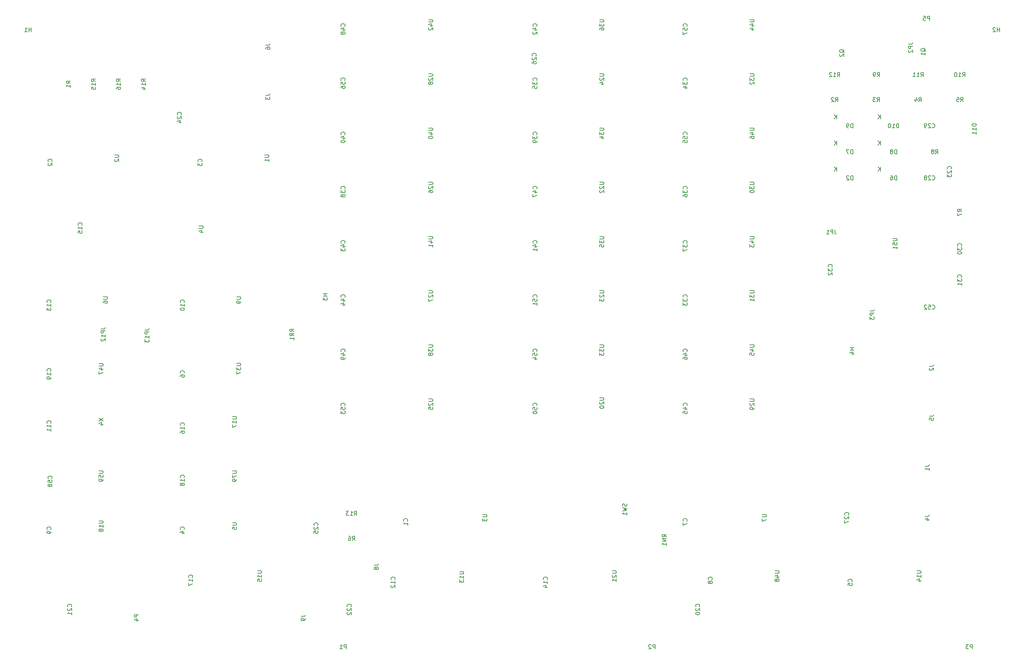
<source format=gbr>
%TF.GenerationSoftware,KiCad,Pcbnew,(6.0.11)*%
%TF.CreationDate,2024-01-19T05:48:24-05:00*%
%TF.ProjectId,input-output.GDC,696e7075-742d-46f7-9574-7075742e4744,rev?*%
%TF.SameCoordinates,Original*%
%TF.FileFunction,Legend,Bot*%
%TF.FilePolarity,Positive*%
%FSLAX46Y46*%
G04 Gerber Fmt 4.6, Leading zero omitted, Abs format (unit mm)*
G04 Created by KiCad (PCBNEW (6.0.11)) date 2024-01-19 05:48:24*
%MOMM*%
%LPD*%
G01*
G04 APERTURE LIST*
%ADD10C,0.150000*%
G04 APERTURE END LIST*
D10*
%TO.C,H2*%
X269261904Y-78452380D02*
X269261904Y-77452380D01*
X269261904Y-77928571D02*
X268690476Y-77928571D01*
X268690476Y-78452380D02*
X268690476Y-77452380D01*
X268261904Y-77547619D02*
X268214285Y-77500000D01*
X268119047Y-77452380D01*
X267880952Y-77452380D01*
X267785714Y-77500000D01*
X267738095Y-77547619D01*
X267690476Y-77642857D01*
X267690476Y-77738095D01*
X267738095Y-77880952D01*
X268309523Y-78452380D01*
X267690476Y-78452380D01*
%TO.C,H1*%
X37261904Y-78452380D02*
X37261904Y-77452380D01*
X37261904Y-77928571D02*
X36690476Y-77928571D01*
X36690476Y-78452380D02*
X36690476Y-77452380D01*
X35690476Y-78452380D02*
X36261904Y-78452380D01*
X35976190Y-78452380D02*
X35976190Y-77452380D01*
X36071428Y-77595238D01*
X36166666Y-77690476D01*
X36261904Y-77738095D01*
%TO.C,P2*%
X186738095Y-226452380D02*
X186738095Y-225452380D01*
X186357142Y-225452380D01*
X186261904Y-225500000D01*
X186214285Y-225547619D01*
X186166666Y-225642857D01*
X186166666Y-225785714D01*
X186214285Y-225880952D01*
X186261904Y-225928571D01*
X186357142Y-225976190D01*
X186738095Y-225976190D01*
X185785714Y-225547619D02*
X185738095Y-225500000D01*
X185642857Y-225452380D01*
X185404761Y-225452380D01*
X185309523Y-225500000D01*
X185261904Y-225547619D01*
X185214285Y-225642857D01*
X185214285Y-225738095D01*
X185261904Y-225880952D01*
X185833333Y-226452380D01*
X185214285Y-226452380D01*
%TO.C,P3*%
X262738095Y-226452380D02*
X262738095Y-225452380D01*
X262357142Y-225452380D01*
X262261904Y-225500000D01*
X262214285Y-225547619D01*
X262166666Y-225642857D01*
X262166666Y-225785714D01*
X262214285Y-225880952D01*
X262261904Y-225928571D01*
X262357142Y-225976190D01*
X262738095Y-225976190D01*
X261833333Y-225452380D02*
X261214285Y-225452380D01*
X261547619Y-225833333D01*
X261404761Y-225833333D01*
X261309523Y-225880952D01*
X261261904Y-225928571D01*
X261214285Y-226023809D01*
X261214285Y-226261904D01*
X261261904Y-226357142D01*
X261309523Y-226404761D01*
X261404761Y-226452380D01*
X261690476Y-226452380D01*
X261785714Y-226404761D01*
X261833333Y-226357142D01*
%TO.C,P1*%
X112738095Y-226452380D02*
X112738095Y-225452380D01*
X112357142Y-225452380D01*
X112261904Y-225500000D01*
X112214285Y-225547619D01*
X112166666Y-225642857D01*
X112166666Y-225785714D01*
X112214285Y-225880952D01*
X112261904Y-225928571D01*
X112357142Y-225976190D01*
X112738095Y-225976190D01*
X111214285Y-226452380D02*
X111785714Y-226452380D01*
X111500000Y-226452380D02*
X111500000Y-225452380D01*
X111595238Y-225595238D01*
X111690476Y-225690476D01*
X111785714Y-225738095D01*
%TO.C,JP1*%
X229833333Y-125952380D02*
X229833333Y-126666666D01*
X229880952Y-126809523D01*
X229976190Y-126904761D01*
X230119047Y-126952380D01*
X230214285Y-126952380D01*
X229357142Y-126952380D02*
X229357142Y-125952380D01*
X228976190Y-125952380D01*
X228880952Y-126000000D01*
X228833333Y-126047619D01*
X228785714Y-126142857D01*
X228785714Y-126285714D01*
X228833333Y-126380952D01*
X228880952Y-126428571D01*
X228976190Y-126476190D01*
X229357142Y-126476190D01*
X227833333Y-126952380D02*
X228404761Y-126952380D01*
X228119047Y-126952380D02*
X228119047Y-125952380D01*
X228214285Y-126095238D01*
X228309523Y-126190476D01*
X228404761Y-126238095D01*
%TO.C,C16*%
X73857142Y-172857142D02*
X73904761Y-172809523D01*
X73952380Y-172666666D01*
X73952380Y-172571428D01*
X73904761Y-172428571D01*
X73809523Y-172333333D01*
X73714285Y-172285714D01*
X73523809Y-172238095D01*
X73380952Y-172238095D01*
X73190476Y-172285714D01*
X73095238Y-172333333D01*
X73000000Y-172428571D01*
X72952380Y-172571428D01*
X72952380Y-172666666D01*
X73000000Y-172809523D01*
X73047619Y-172857142D01*
X73952380Y-173809523D02*
X73952380Y-173238095D01*
X73952380Y-173523809D02*
X72952380Y-173523809D01*
X73095238Y-173428571D01*
X73190476Y-173333333D01*
X73238095Y-173238095D01*
X72952380Y-174666666D02*
X72952380Y-174476190D01*
X73000000Y-174380952D01*
X73047619Y-174333333D01*
X73190476Y-174238095D01*
X73380952Y-174190476D01*
X73761904Y-174190476D01*
X73857142Y-174238095D01*
X73904761Y-174285714D01*
X73952380Y-174380952D01*
X73952380Y-174571428D01*
X73904761Y-174666666D01*
X73857142Y-174714285D01*
X73761904Y-174761904D01*
X73523809Y-174761904D01*
X73428571Y-174714285D01*
X73380952Y-174666666D01*
X73333333Y-174571428D01*
X73333333Y-174380952D01*
X73380952Y-174285714D01*
X73428571Y-174238095D01*
X73523809Y-174190476D01*
%TO.C,U32*%
X209457380Y-88521904D02*
X210266904Y-88521904D01*
X210362142Y-88569523D01*
X210409761Y-88617142D01*
X210457380Y-88712380D01*
X210457380Y-88902857D01*
X210409761Y-88998095D01*
X210362142Y-89045714D01*
X210266904Y-89093333D01*
X209457380Y-89093333D01*
X209457380Y-89474285D02*
X209457380Y-90093333D01*
X209838333Y-89760000D01*
X209838333Y-89902857D01*
X209885952Y-89998095D01*
X209933571Y-90045714D01*
X210028809Y-90093333D01*
X210266904Y-90093333D01*
X210362142Y-90045714D01*
X210409761Y-89998095D01*
X210457380Y-89902857D01*
X210457380Y-89617142D01*
X210409761Y-89521904D01*
X210362142Y-89474285D01*
X209552619Y-90474285D02*
X209505000Y-90521904D01*
X209457380Y-90617142D01*
X209457380Y-90855238D01*
X209505000Y-90950476D01*
X209552619Y-90998095D01*
X209647857Y-91045714D01*
X209743095Y-91045714D01*
X209885952Y-90998095D01*
X210457380Y-90426666D01*
X210457380Y-91045714D01*
%TO.C,C58*%
X42157142Y-185607142D02*
X42204761Y-185559523D01*
X42252380Y-185416666D01*
X42252380Y-185321428D01*
X42204761Y-185178571D01*
X42109523Y-185083333D01*
X42014285Y-185035714D01*
X41823809Y-184988095D01*
X41680952Y-184988095D01*
X41490476Y-185035714D01*
X41395238Y-185083333D01*
X41300000Y-185178571D01*
X41252380Y-185321428D01*
X41252380Y-185416666D01*
X41300000Y-185559523D01*
X41347619Y-185607142D01*
X41252380Y-186511904D02*
X41252380Y-186035714D01*
X41728571Y-185988095D01*
X41680952Y-186035714D01*
X41633333Y-186130952D01*
X41633333Y-186369047D01*
X41680952Y-186464285D01*
X41728571Y-186511904D01*
X41823809Y-186559523D01*
X42061904Y-186559523D01*
X42157142Y-186511904D01*
X42204761Y-186464285D01*
X42252380Y-186369047D01*
X42252380Y-186130952D01*
X42204761Y-186035714D01*
X42157142Y-185988095D01*
X41680952Y-187130952D02*
X41633333Y-187035714D01*
X41585714Y-186988095D01*
X41490476Y-186940476D01*
X41442857Y-186940476D01*
X41347619Y-186988095D01*
X41300000Y-187035714D01*
X41252380Y-187130952D01*
X41252380Y-187321428D01*
X41300000Y-187416666D01*
X41347619Y-187464285D01*
X41442857Y-187511904D01*
X41490476Y-187511904D01*
X41585714Y-187464285D01*
X41633333Y-187416666D01*
X41680952Y-187321428D01*
X41680952Y-187130952D01*
X41728571Y-187035714D01*
X41776190Y-186988095D01*
X41871428Y-186940476D01*
X42061904Y-186940476D01*
X42157142Y-186988095D01*
X42204761Y-187035714D01*
X42252380Y-187130952D01*
X42252380Y-187321428D01*
X42204761Y-187416666D01*
X42157142Y-187464285D01*
X42061904Y-187511904D01*
X41871428Y-187511904D01*
X41776190Y-187464285D01*
X41728571Y-187416666D01*
X41680952Y-187321428D01*
%TO.C,U3*%
X145447380Y-194228095D02*
X146256904Y-194228095D01*
X146352142Y-194275714D01*
X146399761Y-194323333D01*
X146447380Y-194418571D01*
X146447380Y-194609047D01*
X146399761Y-194704285D01*
X146352142Y-194751904D01*
X146256904Y-194799523D01*
X145447380Y-194799523D01*
X145447380Y-195180476D02*
X145447380Y-195799523D01*
X145828333Y-195466190D01*
X145828333Y-195609047D01*
X145875952Y-195704285D01*
X145923571Y-195751904D01*
X146018809Y-195799523D01*
X146256904Y-195799523D01*
X146352142Y-195751904D01*
X146399761Y-195704285D01*
X146447380Y-195609047D01*
X146447380Y-195323333D01*
X146399761Y-195228095D01*
X146352142Y-195180476D01*
%TO.C,R5*%
X259916666Y-95202380D02*
X260250000Y-94726190D01*
X260488095Y-95202380D02*
X260488095Y-94202380D01*
X260107142Y-94202380D01*
X260011904Y-94250000D01*
X259964285Y-94297619D01*
X259916666Y-94392857D01*
X259916666Y-94535714D01*
X259964285Y-94630952D01*
X260011904Y-94678571D01*
X260107142Y-94726190D01*
X260488095Y-94726190D01*
X259011904Y-94202380D02*
X259488095Y-94202380D01*
X259535714Y-94678571D01*
X259488095Y-94630952D01*
X259392857Y-94583333D01*
X259154761Y-94583333D01*
X259059523Y-94630952D01*
X259011904Y-94678571D01*
X258964285Y-94773809D01*
X258964285Y-95011904D01*
X259011904Y-95107142D01*
X259059523Y-95154761D01*
X259154761Y-95202380D01*
X259392857Y-95202380D01*
X259488095Y-95154761D01*
X259535714Y-95107142D01*
%TO.C,C52*%
X253142857Y-144857142D02*
X253190476Y-144904761D01*
X253333333Y-144952380D01*
X253428571Y-144952380D01*
X253571428Y-144904761D01*
X253666666Y-144809523D01*
X253714285Y-144714285D01*
X253761904Y-144523809D01*
X253761904Y-144380952D01*
X253714285Y-144190476D01*
X253666666Y-144095238D01*
X253571428Y-144000000D01*
X253428571Y-143952380D01*
X253333333Y-143952380D01*
X253190476Y-144000000D01*
X253142857Y-144047619D01*
X252238095Y-143952380D02*
X252714285Y-143952380D01*
X252761904Y-144428571D01*
X252714285Y-144380952D01*
X252619047Y-144333333D01*
X252380952Y-144333333D01*
X252285714Y-144380952D01*
X252238095Y-144428571D01*
X252190476Y-144523809D01*
X252190476Y-144761904D01*
X252238095Y-144857142D01*
X252285714Y-144904761D01*
X252380952Y-144952380D01*
X252619047Y-144952380D01*
X252714285Y-144904761D01*
X252761904Y-144857142D01*
X251809523Y-144047619D02*
X251761904Y-144000000D01*
X251666666Y-143952380D01*
X251428571Y-143952380D01*
X251333333Y-144000000D01*
X251285714Y-144047619D01*
X251238095Y-144142857D01*
X251238095Y-144238095D01*
X251285714Y-144380952D01*
X251857142Y-144952380D01*
X251238095Y-144952380D01*
%TO.C,R2*%
X229916666Y-95202380D02*
X230250000Y-94726190D01*
X230488095Y-95202380D02*
X230488095Y-94202380D01*
X230107142Y-94202380D01*
X230011904Y-94250000D01*
X229964285Y-94297619D01*
X229916666Y-94392857D01*
X229916666Y-94535714D01*
X229964285Y-94630952D01*
X230011904Y-94678571D01*
X230107142Y-94726190D01*
X230488095Y-94726190D01*
X229535714Y-94297619D02*
X229488095Y-94250000D01*
X229392857Y-94202380D01*
X229154761Y-94202380D01*
X229059523Y-94250000D01*
X229011904Y-94297619D01*
X228964285Y-94392857D01*
X228964285Y-94488095D01*
X229011904Y-94630952D01*
X229583333Y-95202380D01*
X228964285Y-95202380D01*
%TO.C,U28*%
X132462380Y-88521904D02*
X133271904Y-88521904D01*
X133367142Y-88569523D01*
X133414761Y-88617142D01*
X133462380Y-88712380D01*
X133462380Y-88902857D01*
X133414761Y-88998095D01*
X133367142Y-89045714D01*
X133271904Y-89093333D01*
X132462380Y-89093333D01*
X132557619Y-89521904D02*
X132510000Y-89569523D01*
X132462380Y-89664761D01*
X132462380Y-89902857D01*
X132510000Y-89998095D01*
X132557619Y-90045714D01*
X132652857Y-90093333D01*
X132748095Y-90093333D01*
X132890952Y-90045714D01*
X133462380Y-89474285D01*
X133462380Y-90093333D01*
X132890952Y-90664761D02*
X132843333Y-90569523D01*
X132795714Y-90521904D01*
X132700476Y-90474285D01*
X132652857Y-90474285D01*
X132557619Y-90521904D01*
X132510000Y-90569523D01*
X132462380Y-90664761D01*
X132462380Y-90855238D01*
X132510000Y-90950476D01*
X132557619Y-90998095D01*
X132652857Y-91045714D01*
X132700476Y-91045714D01*
X132795714Y-90998095D01*
X132843333Y-90950476D01*
X132890952Y-90855238D01*
X132890952Y-90664761D01*
X132938571Y-90569523D01*
X132986190Y-90521904D01*
X133081428Y-90474285D01*
X133271904Y-90474285D01*
X133367142Y-90521904D01*
X133414761Y-90569523D01*
X133462380Y-90664761D01*
X133462380Y-90855238D01*
X133414761Y-90950476D01*
X133367142Y-90998095D01*
X133271904Y-91045714D01*
X133081428Y-91045714D01*
X132986190Y-90998095D01*
X132938571Y-90950476D01*
X132890952Y-90855238D01*
%TO.C,U17*%
X85447380Y-170751904D02*
X86256904Y-170751904D01*
X86352142Y-170799523D01*
X86399761Y-170847142D01*
X86447380Y-170942380D01*
X86447380Y-171132857D01*
X86399761Y-171228095D01*
X86352142Y-171275714D01*
X86256904Y-171323333D01*
X85447380Y-171323333D01*
X86447380Y-172323333D02*
X86447380Y-171751904D01*
X86447380Y-172037619D02*
X85447380Y-172037619D01*
X85590238Y-171942380D01*
X85685476Y-171847142D01*
X85733095Y-171751904D01*
X85447380Y-172656666D02*
X85447380Y-173323333D01*
X86447380Y-172894761D01*
%TO.C,U4*%
X77457380Y-125013095D02*
X78266904Y-125013095D01*
X78362142Y-125060714D01*
X78409761Y-125108333D01*
X78457380Y-125203571D01*
X78457380Y-125394047D01*
X78409761Y-125489285D01*
X78362142Y-125536904D01*
X78266904Y-125584523D01*
X77457380Y-125584523D01*
X77790714Y-126489285D02*
X78457380Y-126489285D01*
X77409761Y-126251190D02*
X78124047Y-126013095D01*
X78124047Y-126632142D01*
%TO.C,U31*%
X209457380Y-140521904D02*
X210266904Y-140521904D01*
X210362142Y-140569523D01*
X210409761Y-140617142D01*
X210457380Y-140712380D01*
X210457380Y-140902857D01*
X210409761Y-140998095D01*
X210362142Y-141045714D01*
X210266904Y-141093333D01*
X209457380Y-141093333D01*
X209457380Y-141474285D02*
X209457380Y-142093333D01*
X209838333Y-141760000D01*
X209838333Y-141902857D01*
X209885952Y-141998095D01*
X209933571Y-142045714D01*
X210028809Y-142093333D01*
X210266904Y-142093333D01*
X210362142Y-142045714D01*
X210409761Y-141998095D01*
X210457380Y-141902857D01*
X210457380Y-141617142D01*
X210409761Y-141521904D01*
X210362142Y-141474285D01*
X210457380Y-143045714D02*
X210457380Y-142474285D01*
X210457380Y-142760000D02*
X209457380Y-142760000D01*
X209600238Y-142664761D01*
X209695476Y-142569523D01*
X209743095Y-142474285D01*
%TO.C,C55*%
X194357142Y-103127142D02*
X194404761Y-103079523D01*
X194452380Y-102936666D01*
X194452380Y-102841428D01*
X194404761Y-102698571D01*
X194309523Y-102603333D01*
X194214285Y-102555714D01*
X194023809Y-102508095D01*
X193880952Y-102508095D01*
X193690476Y-102555714D01*
X193595238Y-102603333D01*
X193500000Y-102698571D01*
X193452380Y-102841428D01*
X193452380Y-102936666D01*
X193500000Y-103079523D01*
X193547619Y-103127142D01*
X193452380Y-104031904D02*
X193452380Y-103555714D01*
X193928571Y-103508095D01*
X193880952Y-103555714D01*
X193833333Y-103650952D01*
X193833333Y-103889047D01*
X193880952Y-103984285D01*
X193928571Y-104031904D01*
X194023809Y-104079523D01*
X194261904Y-104079523D01*
X194357142Y-104031904D01*
X194404761Y-103984285D01*
X194452380Y-103889047D01*
X194452380Y-103650952D01*
X194404761Y-103555714D01*
X194357142Y-103508095D01*
X193452380Y-104984285D02*
X193452380Y-104508095D01*
X193928571Y-104460476D01*
X193880952Y-104508095D01*
X193833333Y-104603333D01*
X193833333Y-104841428D01*
X193880952Y-104936666D01*
X193928571Y-104984285D01*
X194023809Y-105031904D01*
X194261904Y-105031904D01*
X194357142Y-104984285D01*
X194404761Y-104936666D01*
X194452380Y-104841428D01*
X194452380Y-104603333D01*
X194404761Y-104508095D01*
X194357142Y-104460476D01*
%TO.C,J2*%
X252467380Y-158656666D02*
X253181666Y-158656666D01*
X253324523Y-158609047D01*
X253419761Y-158513809D01*
X253467380Y-158370952D01*
X253467380Y-158275714D01*
X252562619Y-159085238D02*
X252515000Y-159132857D01*
X252467380Y-159228095D01*
X252467380Y-159466190D01*
X252515000Y-159561428D01*
X252562619Y-159609047D01*
X252657857Y-159656666D01*
X252753095Y-159656666D01*
X252895952Y-159609047D01*
X253467380Y-159037619D01*
X253467380Y-159656666D01*
%TO.C,U7*%
X212422380Y-194228095D02*
X213231904Y-194228095D01*
X213327142Y-194275714D01*
X213374761Y-194323333D01*
X213422380Y-194418571D01*
X213422380Y-194609047D01*
X213374761Y-194704285D01*
X213327142Y-194751904D01*
X213231904Y-194799523D01*
X212422380Y-194799523D01*
X212422380Y-195180476D02*
X212422380Y-195847142D01*
X213422380Y-195418571D01*
%TO.C,D9*%
X234128095Y-101452380D02*
X234128095Y-100452380D01*
X233890000Y-100452380D01*
X233747142Y-100500000D01*
X233651904Y-100595238D01*
X233604285Y-100690476D01*
X233556666Y-100880952D01*
X233556666Y-101023809D01*
X233604285Y-101214285D01*
X233651904Y-101309523D01*
X233747142Y-101404761D01*
X233890000Y-101452380D01*
X234128095Y-101452380D01*
X233080476Y-101452380D02*
X232890000Y-101452380D01*
X232794761Y-101404761D01*
X232747142Y-101357142D01*
X232651904Y-101214285D01*
X232604285Y-101023809D01*
X232604285Y-100642857D01*
X232651904Y-100547619D01*
X232699523Y-100500000D01*
X232794761Y-100452380D01*
X232985238Y-100452380D01*
X233080476Y-100500000D01*
X233128095Y-100547619D01*
X233175714Y-100642857D01*
X233175714Y-100880952D01*
X233128095Y-100976190D01*
X233080476Y-101023809D01*
X232985238Y-101071428D01*
X232794761Y-101071428D01*
X232699523Y-101023809D01*
X232651904Y-100976190D01*
X232604285Y-100880952D01*
X230261904Y-99352380D02*
X230261904Y-98352380D01*
X229690476Y-99352380D02*
X230119047Y-98780952D01*
X229690476Y-98352380D02*
X230261904Y-98923809D01*
%TO.C,C43*%
X112357142Y-129127142D02*
X112404761Y-129079523D01*
X112452380Y-128936666D01*
X112452380Y-128841428D01*
X112404761Y-128698571D01*
X112309523Y-128603333D01*
X112214285Y-128555714D01*
X112023809Y-128508095D01*
X111880952Y-128508095D01*
X111690476Y-128555714D01*
X111595238Y-128603333D01*
X111500000Y-128698571D01*
X111452380Y-128841428D01*
X111452380Y-128936666D01*
X111500000Y-129079523D01*
X111547619Y-129127142D01*
X111785714Y-129984285D02*
X112452380Y-129984285D01*
X111404761Y-129746190D02*
X112119047Y-129508095D01*
X112119047Y-130127142D01*
X111452380Y-130412857D02*
X111452380Y-131031904D01*
X111833333Y-130698571D01*
X111833333Y-130841428D01*
X111880952Y-130936666D01*
X111928571Y-130984285D01*
X112023809Y-131031904D01*
X112261904Y-131031904D01*
X112357142Y-130984285D01*
X112404761Y-130936666D01*
X112452380Y-130841428D01*
X112452380Y-130555714D01*
X112404761Y-130460476D01*
X112357142Y-130412857D01*
%TO.C,C22*%
X113857154Y-216357142D02*
X113904773Y-216309523D01*
X113952392Y-216166666D01*
X113952392Y-216071428D01*
X113904773Y-215928571D01*
X113809535Y-215833333D01*
X113714297Y-215785714D01*
X113523821Y-215738095D01*
X113380964Y-215738095D01*
X113190488Y-215785714D01*
X113095250Y-215833333D01*
X113000012Y-215928571D01*
X112952392Y-216071428D01*
X112952392Y-216166666D01*
X113000012Y-216309523D01*
X113047631Y-216357142D01*
X113047631Y-216738095D02*
X113000012Y-216785714D01*
X112952392Y-216880952D01*
X112952392Y-217119047D01*
X113000012Y-217214285D01*
X113047631Y-217261904D01*
X113142869Y-217309523D01*
X113238107Y-217309523D01*
X113380964Y-217261904D01*
X113952392Y-216690476D01*
X113952392Y-217309523D01*
X113047631Y-217690476D02*
X113000012Y-217738095D01*
X112952392Y-217833333D01*
X112952392Y-218071428D01*
X113000012Y-218166666D01*
X113047631Y-218214285D01*
X113142869Y-218261904D01*
X113238107Y-218261904D01*
X113380964Y-218214285D01*
X113952392Y-217642857D01*
X113952392Y-218261904D01*
%TO.C,C10*%
X73857142Y-143357142D02*
X73904761Y-143309523D01*
X73952380Y-143166666D01*
X73952380Y-143071428D01*
X73904761Y-142928571D01*
X73809523Y-142833333D01*
X73714285Y-142785714D01*
X73523809Y-142738095D01*
X73380952Y-142738095D01*
X73190476Y-142785714D01*
X73095238Y-142833333D01*
X73000000Y-142928571D01*
X72952380Y-143071428D01*
X72952380Y-143166666D01*
X73000000Y-143309523D01*
X73047619Y-143357142D01*
X73952380Y-144309523D02*
X73952380Y-143738095D01*
X73952380Y-144023809D02*
X72952380Y-144023809D01*
X73095238Y-143928571D01*
X73190476Y-143833333D01*
X73238095Y-143738095D01*
X72952380Y-144928571D02*
X72952380Y-145023809D01*
X73000000Y-145119047D01*
X73047619Y-145166666D01*
X73142857Y-145214285D01*
X73333333Y-145261904D01*
X73571428Y-145261904D01*
X73761904Y-145214285D01*
X73857142Y-145166666D01*
X73904761Y-145119047D01*
X73952380Y-145023809D01*
X73952380Y-144928571D01*
X73904761Y-144833333D01*
X73857142Y-144785714D01*
X73761904Y-144738095D01*
X73571428Y-144690476D01*
X73333333Y-144690476D01*
X73142857Y-144738095D01*
X73047619Y-144785714D01*
X73000000Y-144833333D01*
X72952380Y-144928571D01*
%TO.C,C46*%
X194357142Y-155127142D02*
X194404761Y-155079523D01*
X194452380Y-154936666D01*
X194452380Y-154841428D01*
X194404761Y-154698571D01*
X194309523Y-154603333D01*
X194214285Y-154555714D01*
X194023809Y-154508095D01*
X193880952Y-154508095D01*
X193690476Y-154555714D01*
X193595238Y-154603333D01*
X193500000Y-154698571D01*
X193452380Y-154841428D01*
X193452380Y-154936666D01*
X193500000Y-155079523D01*
X193547619Y-155127142D01*
X193785714Y-155984285D02*
X194452380Y-155984285D01*
X193404761Y-155746190D02*
X194119047Y-155508095D01*
X194119047Y-156127142D01*
X193452380Y-156936666D02*
X193452380Y-156746190D01*
X193500000Y-156650952D01*
X193547619Y-156603333D01*
X193690476Y-156508095D01*
X193880952Y-156460476D01*
X194261904Y-156460476D01*
X194357142Y-156508095D01*
X194404761Y-156555714D01*
X194452380Y-156650952D01*
X194452380Y-156841428D01*
X194404761Y-156936666D01*
X194357142Y-156984285D01*
X194261904Y-157031904D01*
X194023809Y-157031904D01*
X193928571Y-156984285D01*
X193880952Y-156936666D01*
X193833333Y-156841428D01*
X193833333Y-156650952D01*
X193880952Y-156555714D01*
X193928571Y-156508095D01*
X194023809Y-156460476D01*
%TO.C,U29*%
X209457380Y-166521904D02*
X210266904Y-166521904D01*
X210362142Y-166569523D01*
X210409761Y-166617142D01*
X210457380Y-166712380D01*
X210457380Y-166902857D01*
X210409761Y-166998095D01*
X210362142Y-167045714D01*
X210266904Y-167093333D01*
X209457380Y-167093333D01*
X209552619Y-167521904D02*
X209505000Y-167569523D01*
X209457380Y-167664761D01*
X209457380Y-167902857D01*
X209505000Y-167998095D01*
X209552619Y-168045714D01*
X209647857Y-168093333D01*
X209743095Y-168093333D01*
X209885952Y-168045714D01*
X210457380Y-167474285D01*
X210457380Y-168093333D01*
X210457380Y-168569523D02*
X210457380Y-168760000D01*
X210409761Y-168855238D01*
X210362142Y-168902857D01*
X210219285Y-168998095D01*
X210028809Y-169045714D01*
X209647857Y-169045714D01*
X209552619Y-168998095D01*
X209505000Y-168950476D01*
X209457380Y-168855238D01*
X209457380Y-168664761D01*
X209505000Y-168569523D01*
X209552619Y-168521904D01*
X209647857Y-168474285D01*
X209885952Y-168474285D01*
X209981190Y-168521904D01*
X210028809Y-168569523D01*
X210076428Y-168664761D01*
X210076428Y-168855238D01*
X210028809Y-168950476D01*
X209981190Y-168998095D01*
X209885952Y-169045714D01*
%TO.C,C31*%
X260107142Y-137357142D02*
X260154761Y-137309523D01*
X260202380Y-137166666D01*
X260202380Y-137071428D01*
X260154761Y-136928571D01*
X260059523Y-136833333D01*
X259964285Y-136785714D01*
X259773809Y-136738095D01*
X259630952Y-136738095D01*
X259440476Y-136785714D01*
X259345238Y-136833333D01*
X259250000Y-136928571D01*
X259202380Y-137071428D01*
X259202380Y-137166666D01*
X259250000Y-137309523D01*
X259297619Y-137357142D01*
X259202380Y-137690476D02*
X259202380Y-138309523D01*
X259583333Y-137976190D01*
X259583333Y-138119047D01*
X259630952Y-138214285D01*
X259678571Y-138261904D01*
X259773809Y-138309523D01*
X260011904Y-138309523D01*
X260107142Y-138261904D01*
X260154761Y-138214285D01*
X260202380Y-138119047D01*
X260202380Y-137833333D01*
X260154761Y-137738095D01*
X260107142Y-137690476D01*
X260202380Y-139261904D02*
X260202380Y-138690476D01*
X260202380Y-138976190D02*
X259202380Y-138976190D01*
X259345238Y-138880952D01*
X259440476Y-138785714D01*
X259488095Y-138690476D01*
%TO.C,X4*%
X53497380Y-171180476D02*
X54497380Y-171847142D01*
X53497380Y-171847142D02*
X54497380Y-171180476D01*
X53830714Y-172656666D02*
X54497380Y-172656666D01*
X53449761Y-172418571D02*
X54164047Y-172180476D01*
X54164047Y-172799523D01*
%TO.C,C14*%
X160857142Y-209857142D02*
X160904761Y-209809523D01*
X160952380Y-209666666D01*
X160952380Y-209571428D01*
X160904761Y-209428571D01*
X160809523Y-209333333D01*
X160714285Y-209285714D01*
X160523809Y-209238095D01*
X160380952Y-209238095D01*
X160190476Y-209285714D01*
X160095238Y-209333333D01*
X160000000Y-209428571D01*
X159952380Y-209571428D01*
X159952380Y-209666666D01*
X160000000Y-209809523D01*
X160047619Y-209857142D01*
X160952380Y-210809523D02*
X160952380Y-210238095D01*
X160952380Y-210523809D02*
X159952380Y-210523809D01*
X160095238Y-210428571D01*
X160190476Y-210333333D01*
X160238095Y-210238095D01*
X160285714Y-211666666D02*
X160952380Y-211666666D01*
X159904761Y-211428571D02*
X160619047Y-211190476D01*
X160619047Y-211809523D01*
%TO.C,R10*%
X260392857Y-89202380D02*
X260726190Y-88726190D01*
X260964285Y-89202380D02*
X260964285Y-88202380D01*
X260583333Y-88202380D01*
X260488095Y-88250000D01*
X260440476Y-88297619D01*
X260392857Y-88392857D01*
X260392857Y-88535714D01*
X260440476Y-88630952D01*
X260488095Y-88678571D01*
X260583333Y-88726190D01*
X260964285Y-88726190D01*
X259440476Y-89202380D02*
X260011904Y-89202380D01*
X259726190Y-89202380D02*
X259726190Y-88202380D01*
X259821428Y-88345238D01*
X259916666Y-88440476D01*
X260011904Y-88488095D01*
X258821428Y-88202380D02*
X258726190Y-88202380D01*
X258630952Y-88250000D01*
X258583333Y-88297619D01*
X258535714Y-88392857D01*
X258488095Y-88583333D01*
X258488095Y-88821428D01*
X258535714Y-89011904D01*
X258583333Y-89107142D01*
X258630952Y-89154761D01*
X258726190Y-89202380D01*
X258821428Y-89202380D01*
X258916666Y-89154761D01*
X258964285Y-89107142D01*
X259011904Y-89011904D01*
X259059523Y-88821428D01*
X259059523Y-88583333D01*
X259011904Y-88392857D01*
X258964285Y-88297619D01*
X258916666Y-88250000D01*
X258821428Y-88202380D01*
%TO.C,U33*%
X173457380Y-153521904D02*
X174266904Y-153521904D01*
X174362142Y-153569523D01*
X174409761Y-153617142D01*
X174457380Y-153712380D01*
X174457380Y-153902857D01*
X174409761Y-153998095D01*
X174362142Y-154045714D01*
X174266904Y-154093333D01*
X173457380Y-154093333D01*
X173457380Y-154474285D02*
X173457380Y-155093333D01*
X173838333Y-154760000D01*
X173838333Y-154902857D01*
X173885952Y-154998095D01*
X173933571Y-155045714D01*
X174028809Y-155093333D01*
X174266904Y-155093333D01*
X174362142Y-155045714D01*
X174409761Y-154998095D01*
X174457380Y-154902857D01*
X174457380Y-154617142D01*
X174409761Y-154521904D01*
X174362142Y-154474285D01*
X173457380Y-155426666D02*
X173457380Y-156045714D01*
X173838333Y-155712380D01*
X173838333Y-155855238D01*
X173885952Y-155950476D01*
X173933571Y-155998095D01*
X174028809Y-156045714D01*
X174266904Y-156045714D01*
X174362142Y-155998095D01*
X174409761Y-155950476D01*
X174457380Y-155855238D01*
X174457380Y-155569523D01*
X174409761Y-155474285D01*
X174362142Y-155426666D01*
%TO.C,C20*%
X197357142Y-216357142D02*
X197404761Y-216309523D01*
X197452380Y-216166666D01*
X197452380Y-216071428D01*
X197404761Y-215928571D01*
X197309523Y-215833333D01*
X197214285Y-215785714D01*
X197023809Y-215738095D01*
X196880952Y-215738095D01*
X196690476Y-215785714D01*
X196595238Y-215833333D01*
X196500000Y-215928571D01*
X196452380Y-216071428D01*
X196452380Y-216166666D01*
X196500000Y-216309523D01*
X196547619Y-216357142D01*
X196547619Y-216738095D02*
X196500000Y-216785714D01*
X196452380Y-216880952D01*
X196452380Y-217119047D01*
X196500000Y-217214285D01*
X196547619Y-217261904D01*
X196642857Y-217309523D01*
X196738095Y-217309523D01*
X196880952Y-217261904D01*
X197452380Y-216690476D01*
X197452380Y-217309523D01*
X196452380Y-217928571D02*
X196452380Y-218023809D01*
X196500000Y-218119047D01*
X196547619Y-218166666D01*
X196642857Y-218214285D01*
X196833333Y-218261904D01*
X197071428Y-218261904D01*
X197261904Y-218214285D01*
X197357142Y-218166666D01*
X197404761Y-218119047D01*
X197452380Y-218023809D01*
X197452380Y-217928571D01*
X197404761Y-217833333D01*
X197357142Y-217785714D01*
X197261904Y-217738095D01*
X197071428Y-217690476D01*
X196833333Y-217690476D01*
X196642857Y-217738095D01*
X196547619Y-217785714D01*
X196500000Y-217833333D01*
X196452380Y-217928571D01*
%TO.C,C45*%
X194357142Y-168127142D02*
X194404761Y-168079523D01*
X194452380Y-167936666D01*
X194452380Y-167841428D01*
X194404761Y-167698571D01*
X194309523Y-167603333D01*
X194214285Y-167555714D01*
X194023809Y-167508095D01*
X193880952Y-167508095D01*
X193690476Y-167555714D01*
X193595238Y-167603333D01*
X193500000Y-167698571D01*
X193452380Y-167841428D01*
X193452380Y-167936666D01*
X193500000Y-168079523D01*
X193547619Y-168127142D01*
X193785714Y-168984285D02*
X194452380Y-168984285D01*
X193404761Y-168746190D02*
X194119047Y-168508095D01*
X194119047Y-169127142D01*
X193452380Y-169984285D02*
X193452380Y-169508095D01*
X193928571Y-169460476D01*
X193880952Y-169508095D01*
X193833333Y-169603333D01*
X193833333Y-169841428D01*
X193880952Y-169936666D01*
X193928571Y-169984285D01*
X194023809Y-170031904D01*
X194261904Y-170031904D01*
X194357142Y-169984285D01*
X194404761Y-169936666D01*
X194452380Y-169841428D01*
X194452380Y-169603333D01*
X194404761Y-169508095D01*
X194357142Y-169460476D01*
%TO.C,C7*%
X194357142Y-195833333D02*
X194404761Y-195785714D01*
X194452380Y-195642857D01*
X194452380Y-195547619D01*
X194404761Y-195404761D01*
X194309523Y-195309523D01*
X194214285Y-195261904D01*
X194023809Y-195214285D01*
X193880952Y-195214285D01*
X193690476Y-195261904D01*
X193595238Y-195309523D01*
X193500000Y-195404761D01*
X193452380Y-195547619D01*
X193452380Y-195642857D01*
X193500000Y-195785714D01*
X193547619Y-195833333D01*
X193452380Y-196166666D02*
X193452380Y-196833333D01*
X194452380Y-196404761D01*
%TO.C,C27*%
X233062254Y-194357142D02*
X233109873Y-194309523D01*
X233157492Y-194166666D01*
X233157492Y-194071428D01*
X233109873Y-193928571D01*
X233014635Y-193833333D01*
X232919397Y-193785714D01*
X232728921Y-193738095D01*
X232586064Y-193738095D01*
X232395588Y-193785714D01*
X232300350Y-193833333D01*
X232205112Y-193928571D01*
X232157492Y-194071428D01*
X232157492Y-194166666D01*
X232205112Y-194309523D01*
X232252731Y-194357142D01*
X232252731Y-194738095D02*
X232205112Y-194785714D01*
X232157492Y-194880952D01*
X232157492Y-195119047D01*
X232205112Y-195214285D01*
X232252731Y-195261904D01*
X232347969Y-195309523D01*
X232443207Y-195309523D01*
X232586064Y-195261904D01*
X233157492Y-194690476D01*
X233157492Y-195309523D01*
X232157492Y-195642857D02*
X232157492Y-196309523D01*
X233157492Y-195880952D01*
%TO.C,J5*%
X252467380Y-170656666D02*
X253181666Y-170656666D01*
X253324523Y-170609047D01*
X253419761Y-170513809D01*
X253467380Y-170370952D01*
X253467380Y-170275714D01*
X252467380Y-171609047D02*
X252467380Y-171132857D01*
X252943571Y-171085238D01*
X252895952Y-171132857D01*
X252848333Y-171228095D01*
X252848333Y-171466190D01*
X252895952Y-171561428D01*
X252943571Y-171609047D01*
X253038809Y-171656666D01*
X253276904Y-171656666D01*
X253372142Y-171609047D01*
X253419761Y-171561428D01*
X253467380Y-171466190D01*
X253467380Y-171228095D01*
X253419761Y-171132857D01*
X253372142Y-171085238D01*
%TO.C,C37*%
X194357142Y-129127142D02*
X194404761Y-129079523D01*
X194452380Y-128936666D01*
X194452380Y-128841428D01*
X194404761Y-128698571D01*
X194309523Y-128603333D01*
X194214285Y-128555714D01*
X194023809Y-128508095D01*
X193880952Y-128508095D01*
X193690476Y-128555714D01*
X193595238Y-128603333D01*
X193500000Y-128698571D01*
X193452380Y-128841428D01*
X193452380Y-128936666D01*
X193500000Y-129079523D01*
X193547619Y-129127142D01*
X193452380Y-129460476D02*
X193452380Y-130079523D01*
X193833333Y-129746190D01*
X193833333Y-129889047D01*
X193880952Y-129984285D01*
X193928571Y-130031904D01*
X194023809Y-130079523D01*
X194261904Y-130079523D01*
X194357142Y-130031904D01*
X194404761Y-129984285D01*
X194452380Y-129889047D01*
X194452380Y-129603333D01*
X194404761Y-129508095D01*
X194357142Y-129460476D01*
X193452380Y-130412857D02*
X193452380Y-131079523D01*
X194452380Y-130650952D01*
%TO.C,R13*%
X114642857Y-194452380D02*
X114976190Y-193976190D01*
X115214285Y-194452380D02*
X115214285Y-193452380D01*
X114833333Y-193452380D01*
X114738095Y-193500000D01*
X114690476Y-193547619D01*
X114642857Y-193642857D01*
X114642857Y-193785714D01*
X114690476Y-193880952D01*
X114738095Y-193928571D01*
X114833333Y-193976190D01*
X115214285Y-193976190D01*
X113690476Y-194452380D02*
X114261904Y-194452380D01*
X113976190Y-194452380D02*
X113976190Y-193452380D01*
X114071428Y-193595238D01*
X114166666Y-193690476D01*
X114261904Y-193738095D01*
X113357142Y-193452380D02*
X112738095Y-193452380D01*
X113071428Y-193833333D01*
X112928571Y-193833333D01*
X112833333Y-193880952D01*
X112785714Y-193928571D01*
X112738095Y-194023809D01*
X112738095Y-194261904D01*
X112785714Y-194357142D01*
X112833333Y-194404761D01*
X112928571Y-194452380D01*
X113214285Y-194452380D01*
X113309523Y-194404761D01*
X113357142Y-194357142D01*
%TO.C,U21*%
X176457380Y-207751904D02*
X177266904Y-207751904D01*
X177362142Y-207799523D01*
X177409761Y-207847142D01*
X177457380Y-207942380D01*
X177457380Y-208132857D01*
X177409761Y-208228095D01*
X177362142Y-208275714D01*
X177266904Y-208323333D01*
X176457380Y-208323333D01*
X176552619Y-208751904D02*
X176505000Y-208799523D01*
X176457380Y-208894761D01*
X176457380Y-209132857D01*
X176505000Y-209228095D01*
X176552619Y-209275714D01*
X176647857Y-209323333D01*
X176743095Y-209323333D01*
X176885952Y-209275714D01*
X177457380Y-208704285D01*
X177457380Y-209323333D01*
X177457380Y-210275714D02*
X177457380Y-209704285D01*
X177457380Y-209990000D02*
X176457380Y-209990000D01*
X176600238Y-209894761D01*
X176695476Y-209799523D01*
X176743095Y-209704285D01*
%TO.C,P5*%
X252488095Y-75702380D02*
X252488095Y-74702380D01*
X252107142Y-74702380D01*
X252011904Y-74750000D01*
X251964285Y-74797619D01*
X251916666Y-74892857D01*
X251916666Y-75035714D01*
X251964285Y-75130952D01*
X252011904Y-75178571D01*
X252107142Y-75226190D01*
X252488095Y-75226190D01*
X251011904Y-74702380D02*
X251488095Y-74702380D01*
X251535714Y-75178571D01*
X251488095Y-75130952D01*
X251392857Y-75083333D01*
X251154761Y-75083333D01*
X251059523Y-75130952D01*
X251011904Y-75178571D01*
X250964285Y-75273809D01*
X250964285Y-75511904D01*
X251011904Y-75607142D01*
X251059523Y-75654761D01*
X251154761Y-75702380D01*
X251392857Y-75702380D01*
X251488095Y-75654761D01*
X251535714Y-75607142D01*
%TO.C,C18*%
X73857142Y-185357142D02*
X73904761Y-185309523D01*
X73952380Y-185166666D01*
X73952380Y-185071428D01*
X73904761Y-184928571D01*
X73809523Y-184833333D01*
X73714285Y-184785714D01*
X73523809Y-184738095D01*
X73380952Y-184738095D01*
X73190476Y-184785714D01*
X73095238Y-184833333D01*
X73000000Y-184928571D01*
X72952380Y-185071428D01*
X72952380Y-185166666D01*
X73000000Y-185309523D01*
X73047619Y-185357142D01*
X73952380Y-186309523D02*
X73952380Y-185738095D01*
X73952380Y-186023809D02*
X72952380Y-186023809D01*
X73095238Y-185928571D01*
X73190476Y-185833333D01*
X73238095Y-185738095D01*
X73380952Y-186880952D02*
X73333333Y-186785714D01*
X73285714Y-186738095D01*
X73190476Y-186690476D01*
X73142857Y-186690476D01*
X73047619Y-186738095D01*
X73000000Y-186785714D01*
X72952380Y-186880952D01*
X72952380Y-187071428D01*
X73000000Y-187166666D01*
X73047619Y-187214285D01*
X73142857Y-187261904D01*
X73190476Y-187261904D01*
X73285714Y-187214285D01*
X73333333Y-187166666D01*
X73380952Y-187071428D01*
X73380952Y-186880952D01*
X73428571Y-186785714D01*
X73476190Y-186738095D01*
X73571428Y-186690476D01*
X73761904Y-186690476D01*
X73857142Y-186738095D01*
X73904761Y-186785714D01*
X73952380Y-186880952D01*
X73952380Y-187071428D01*
X73904761Y-187166666D01*
X73857142Y-187214285D01*
X73761904Y-187261904D01*
X73571428Y-187261904D01*
X73476190Y-187214285D01*
X73428571Y-187166666D01*
X73380952Y-187071428D01*
%TO.C,C54*%
X158357142Y-155127142D02*
X158404761Y-155079523D01*
X158452380Y-154936666D01*
X158452380Y-154841428D01*
X158404761Y-154698571D01*
X158309523Y-154603333D01*
X158214285Y-154555714D01*
X158023809Y-154508095D01*
X157880952Y-154508095D01*
X157690476Y-154555714D01*
X157595238Y-154603333D01*
X157500000Y-154698571D01*
X157452380Y-154841428D01*
X157452380Y-154936666D01*
X157500000Y-155079523D01*
X157547619Y-155127142D01*
X157452380Y-156031904D02*
X157452380Y-155555714D01*
X157928571Y-155508095D01*
X157880952Y-155555714D01*
X157833333Y-155650952D01*
X157833333Y-155889047D01*
X157880952Y-155984285D01*
X157928571Y-156031904D01*
X158023809Y-156079523D01*
X158261904Y-156079523D01*
X158357142Y-156031904D01*
X158404761Y-155984285D01*
X158452380Y-155889047D01*
X158452380Y-155650952D01*
X158404761Y-155555714D01*
X158357142Y-155508095D01*
X157785714Y-156936666D02*
X158452380Y-156936666D01*
X157404761Y-156698571D02*
X158119047Y-156460476D01*
X158119047Y-157079523D01*
%TO.C,D6*%
X244628095Y-113952380D02*
X244628095Y-112952380D01*
X244390000Y-112952380D01*
X244247142Y-113000000D01*
X244151904Y-113095238D01*
X244104285Y-113190476D01*
X244056666Y-113380952D01*
X244056666Y-113523809D01*
X244104285Y-113714285D01*
X244151904Y-113809523D01*
X244247142Y-113904761D01*
X244390000Y-113952380D01*
X244628095Y-113952380D01*
X243199523Y-112952380D02*
X243390000Y-112952380D01*
X243485238Y-113000000D01*
X243532857Y-113047619D01*
X243628095Y-113190476D01*
X243675714Y-113380952D01*
X243675714Y-113761904D01*
X243628095Y-113857142D01*
X243580476Y-113904761D01*
X243485238Y-113952380D01*
X243294761Y-113952380D01*
X243199523Y-113904761D01*
X243151904Y-113857142D01*
X243104285Y-113761904D01*
X243104285Y-113523809D01*
X243151904Y-113428571D01*
X243199523Y-113380952D01*
X243294761Y-113333333D01*
X243485238Y-113333333D01*
X243580476Y-113380952D01*
X243628095Y-113428571D01*
X243675714Y-113523809D01*
X240761904Y-111852380D02*
X240761904Y-110852380D01*
X240190476Y-111852380D02*
X240619047Y-111280952D01*
X240190476Y-110852380D02*
X240761904Y-111423809D01*
%TO.C,C9*%
X41907142Y-197833333D02*
X41954761Y-197785714D01*
X42002380Y-197642857D01*
X42002380Y-197547619D01*
X41954761Y-197404761D01*
X41859523Y-197309523D01*
X41764285Y-197261904D01*
X41573809Y-197214285D01*
X41430952Y-197214285D01*
X41240476Y-197261904D01*
X41145238Y-197309523D01*
X41050000Y-197404761D01*
X41002380Y-197547619D01*
X41002380Y-197642857D01*
X41050000Y-197785714D01*
X41097619Y-197833333D01*
X42002380Y-198309523D02*
X42002380Y-198500000D01*
X41954761Y-198595238D01*
X41907142Y-198642857D01*
X41764285Y-198738095D01*
X41573809Y-198785714D01*
X41192857Y-198785714D01*
X41097619Y-198738095D01*
X41050000Y-198690476D01*
X41002380Y-198595238D01*
X41002380Y-198404761D01*
X41050000Y-198309523D01*
X41097619Y-198261904D01*
X41192857Y-198214285D01*
X41430952Y-198214285D01*
X41526190Y-198261904D01*
X41573809Y-198309523D01*
X41621428Y-198404761D01*
X41621428Y-198595238D01*
X41573809Y-198690476D01*
X41526190Y-198738095D01*
X41430952Y-198785714D01*
%TO.C,C15*%
X49357142Y-124857142D02*
X49404761Y-124809523D01*
X49452380Y-124666666D01*
X49452380Y-124571428D01*
X49404761Y-124428571D01*
X49309523Y-124333333D01*
X49214285Y-124285714D01*
X49023809Y-124238095D01*
X48880952Y-124238095D01*
X48690476Y-124285714D01*
X48595238Y-124333333D01*
X48500000Y-124428571D01*
X48452380Y-124571428D01*
X48452380Y-124666666D01*
X48500000Y-124809523D01*
X48547619Y-124857142D01*
X49452380Y-125809523D02*
X49452380Y-125238095D01*
X49452380Y-125523809D02*
X48452380Y-125523809D01*
X48595238Y-125428571D01*
X48690476Y-125333333D01*
X48738095Y-125238095D01*
X48452380Y-126714285D02*
X48452380Y-126238095D01*
X48928571Y-126190476D01*
X48880952Y-126238095D01*
X48833333Y-126333333D01*
X48833333Y-126571428D01*
X48880952Y-126666666D01*
X48928571Y-126714285D01*
X49023809Y-126761904D01*
X49261904Y-126761904D01*
X49357142Y-126714285D01*
X49404761Y-126666666D01*
X49452380Y-126571428D01*
X49452380Y-126333333D01*
X49404761Y-126238095D01*
X49357142Y-126190476D01*
%TO.C,H4*%
X234452380Y-154238095D02*
X233452380Y-154238095D01*
X233928571Y-154238095D02*
X233928571Y-154809523D01*
X234452380Y-154809523D02*
X233452380Y-154809523D01*
X233785714Y-155714285D02*
X234452380Y-155714285D01*
X233404761Y-155476190D02*
X234119047Y-155238095D01*
X234119047Y-155857142D01*
%TO.C,U59*%
X53497380Y-183751904D02*
X54306904Y-183751904D01*
X54402142Y-183799523D01*
X54449761Y-183847142D01*
X54497380Y-183942380D01*
X54497380Y-184132857D01*
X54449761Y-184228095D01*
X54402142Y-184275714D01*
X54306904Y-184323333D01*
X53497380Y-184323333D01*
X53497380Y-185275714D02*
X53497380Y-184799523D01*
X53973571Y-184751904D01*
X53925952Y-184799523D01*
X53878333Y-184894761D01*
X53878333Y-185132857D01*
X53925952Y-185228095D01*
X53973571Y-185275714D01*
X54068809Y-185323333D01*
X54306904Y-185323333D01*
X54402142Y-185275714D01*
X54449761Y-185228095D01*
X54497380Y-185132857D01*
X54497380Y-184894761D01*
X54449761Y-184799523D01*
X54402142Y-184751904D01*
X54497380Y-185799523D02*
X54497380Y-185990000D01*
X54449761Y-186085238D01*
X54402142Y-186132857D01*
X54259285Y-186228095D01*
X54068809Y-186275714D01*
X53687857Y-186275714D01*
X53592619Y-186228095D01*
X53545000Y-186180476D01*
X53497380Y-186085238D01*
X53497380Y-185894761D01*
X53545000Y-185799523D01*
X53592619Y-185751904D01*
X53687857Y-185704285D01*
X53925952Y-185704285D01*
X54021190Y-185751904D01*
X54068809Y-185799523D01*
X54116428Y-185894761D01*
X54116428Y-186085238D01*
X54068809Y-186180476D01*
X54021190Y-186228095D01*
X53925952Y-186275714D01*
%TO.C,U5*%
X85447380Y-196228095D02*
X86256904Y-196228095D01*
X86352142Y-196275714D01*
X86399761Y-196323333D01*
X86447380Y-196418571D01*
X86447380Y-196609047D01*
X86399761Y-196704285D01*
X86352142Y-196751904D01*
X86256904Y-196799523D01*
X85447380Y-196799523D01*
X85447380Y-197751904D02*
X85447380Y-197275714D01*
X85923571Y-197228095D01*
X85875952Y-197275714D01*
X85828333Y-197370952D01*
X85828333Y-197609047D01*
X85875952Y-197704285D01*
X85923571Y-197751904D01*
X86018809Y-197799523D01*
X86256904Y-197799523D01*
X86352142Y-197751904D01*
X86399761Y-197704285D01*
X86447380Y-197609047D01*
X86447380Y-197370952D01*
X86399761Y-197275714D01*
X86352142Y-197228095D01*
%TO.C,J9*%
X101927380Y-218666666D02*
X102641666Y-218666666D01*
X102784523Y-218619047D01*
X102879761Y-218523809D01*
X102927380Y-218380952D01*
X102927380Y-218285714D01*
X102927380Y-219190476D02*
X102927380Y-219380952D01*
X102879761Y-219476190D01*
X102832142Y-219523809D01*
X102689285Y-219619047D01*
X102498809Y-219666666D01*
X102117857Y-219666666D01*
X102022619Y-219619047D01*
X101975000Y-219571428D01*
X101927380Y-219476190D01*
X101927380Y-219285714D01*
X101975000Y-219190476D01*
X102022619Y-219142857D01*
X102117857Y-219095238D01*
X102355952Y-219095238D01*
X102451190Y-219142857D01*
X102498809Y-219190476D01*
X102546428Y-219285714D01*
X102546428Y-219476190D01*
X102498809Y-219571428D01*
X102451190Y-219619047D01*
X102355952Y-219666666D01*
%TO.C,R1*%
X46662380Y-90833333D02*
X46186190Y-90500000D01*
X46662380Y-90261904D02*
X45662380Y-90261904D01*
X45662380Y-90642857D01*
X45710000Y-90738095D01*
X45757619Y-90785714D01*
X45852857Y-90833333D01*
X45995714Y-90833333D01*
X46090952Y-90785714D01*
X46138571Y-90738095D01*
X46186190Y-90642857D01*
X46186190Y-90261904D01*
X46662380Y-91785714D02*
X46662380Y-91214285D01*
X46662380Y-91500000D02*
X45662380Y-91500000D01*
X45805238Y-91404761D01*
X45900476Y-91309523D01*
X45948095Y-91214285D01*
%TO.C,R7*%
X260202380Y-121583333D02*
X259726190Y-121250000D01*
X260202380Y-121011904D02*
X259202380Y-121011904D01*
X259202380Y-121392857D01*
X259250000Y-121488095D01*
X259297619Y-121535714D01*
X259392857Y-121583333D01*
X259535714Y-121583333D01*
X259630952Y-121535714D01*
X259678571Y-121488095D01*
X259726190Y-121392857D01*
X259726190Y-121011904D01*
X259202380Y-121916666D02*
X259202380Y-122583333D01*
X260202380Y-122154761D01*
%TO.C,U51*%
X243702380Y-128011904D02*
X244511904Y-128011904D01*
X244607142Y-128059523D01*
X244654761Y-128107142D01*
X244702380Y-128202380D01*
X244702380Y-128392857D01*
X244654761Y-128488095D01*
X244607142Y-128535714D01*
X244511904Y-128583333D01*
X243702380Y-128583333D01*
X243702380Y-129535714D02*
X243702380Y-129059523D01*
X244178571Y-129011904D01*
X244130952Y-129059523D01*
X244083333Y-129154761D01*
X244083333Y-129392857D01*
X244130952Y-129488095D01*
X244178571Y-129535714D01*
X244273809Y-129583333D01*
X244511904Y-129583333D01*
X244607142Y-129535714D01*
X244654761Y-129488095D01*
X244702380Y-129392857D01*
X244702380Y-129154761D01*
X244654761Y-129059523D01*
X244607142Y-129011904D01*
X244702380Y-130535714D02*
X244702380Y-129964285D01*
X244702380Y-130250000D02*
X243702380Y-130250000D01*
X243845238Y-130154761D01*
X243940476Y-130059523D01*
X243988095Y-129964285D01*
%TO.C,U27*%
X132462380Y-140521904D02*
X133271904Y-140521904D01*
X133367142Y-140569523D01*
X133414761Y-140617142D01*
X133462380Y-140712380D01*
X133462380Y-140902857D01*
X133414761Y-140998095D01*
X133367142Y-141045714D01*
X133271904Y-141093333D01*
X132462380Y-141093333D01*
X132557619Y-141521904D02*
X132510000Y-141569523D01*
X132462380Y-141664761D01*
X132462380Y-141902857D01*
X132510000Y-141998095D01*
X132557619Y-142045714D01*
X132652857Y-142093333D01*
X132748095Y-142093333D01*
X132890952Y-142045714D01*
X133462380Y-141474285D01*
X133462380Y-142093333D01*
X132462380Y-142426666D02*
X132462380Y-143093333D01*
X133462380Y-142664761D01*
%TO.C,C38*%
X112357142Y-116127142D02*
X112404761Y-116079523D01*
X112452380Y-115936666D01*
X112452380Y-115841428D01*
X112404761Y-115698571D01*
X112309523Y-115603333D01*
X112214285Y-115555714D01*
X112023809Y-115508095D01*
X111880952Y-115508095D01*
X111690476Y-115555714D01*
X111595238Y-115603333D01*
X111500000Y-115698571D01*
X111452380Y-115841428D01*
X111452380Y-115936666D01*
X111500000Y-116079523D01*
X111547619Y-116127142D01*
X111452380Y-116460476D02*
X111452380Y-117079523D01*
X111833333Y-116746190D01*
X111833333Y-116889047D01*
X111880952Y-116984285D01*
X111928571Y-117031904D01*
X112023809Y-117079523D01*
X112261904Y-117079523D01*
X112357142Y-117031904D01*
X112404761Y-116984285D01*
X112452380Y-116889047D01*
X112452380Y-116603333D01*
X112404761Y-116508095D01*
X112357142Y-116460476D01*
X111880952Y-117650952D02*
X111833333Y-117555714D01*
X111785714Y-117508095D01*
X111690476Y-117460476D01*
X111642857Y-117460476D01*
X111547619Y-117508095D01*
X111500000Y-117555714D01*
X111452380Y-117650952D01*
X111452380Y-117841428D01*
X111500000Y-117936666D01*
X111547619Y-117984285D01*
X111642857Y-118031904D01*
X111690476Y-118031904D01*
X111785714Y-117984285D01*
X111833333Y-117936666D01*
X111880952Y-117841428D01*
X111880952Y-117650952D01*
X111928571Y-117555714D01*
X111976190Y-117508095D01*
X112071428Y-117460476D01*
X112261904Y-117460476D01*
X112357142Y-117508095D01*
X112404761Y-117555714D01*
X112452380Y-117650952D01*
X112452380Y-117841428D01*
X112404761Y-117936666D01*
X112357142Y-117984285D01*
X112261904Y-118031904D01*
X112071428Y-118031904D01*
X111976190Y-117984285D01*
X111928571Y-117936666D01*
X111880952Y-117841428D01*
%TO.C,R6*%
X114166666Y-200452380D02*
X114500000Y-199976190D01*
X114738095Y-200452380D02*
X114738095Y-199452380D01*
X114357142Y-199452380D01*
X114261904Y-199500000D01*
X114214285Y-199547619D01*
X114166666Y-199642857D01*
X114166666Y-199785714D01*
X114214285Y-199880952D01*
X114261904Y-199928571D01*
X114357142Y-199976190D01*
X114738095Y-199976190D01*
X113309523Y-199452380D02*
X113500000Y-199452380D01*
X113595238Y-199500000D01*
X113642857Y-199547619D01*
X113738095Y-199690476D01*
X113785714Y-199880952D01*
X113785714Y-200261904D01*
X113738095Y-200357142D01*
X113690476Y-200404761D01*
X113595238Y-200452380D01*
X113404761Y-200452380D01*
X113309523Y-200404761D01*
X113261904Y-200357142D01*
X113214285Y-200261904D01*
X113214285Y-200023809D01*
X113261904Y-199928571D01*
X113309523Y-199880952D01*
X113404761Y-199833333D01*
X113595238Y-199833333D01*
X113690476Y-199880952D01*
X113738095Y-199928571D01*
X113785714Y-200023809D01*
%TO.C,C32*%
X229107142Y-134857142D02*
X229154761Y-134809523D01*
X229202380Y-134666666D01*
X229202380Y-134571428D01*
X229154761Y-134428571D01*
X229059523Y-134333333D01*
X228964285Y-134285714D01*
X228773809Y-134238095D01*
X228630952Y-134238095D01*
X228440476Y-134285714D01*
X228345238Y-134333333D01*
X228250000Y-134428571D01*
X228202380Y-134571428D01*
X228202380Y-134666666D01*
X228250000Y-134809523D01*
X228297619Y-134857142D01*
X228202380Y-135190476D02*
X228202380Y-135809523D01*
X228583333Y-135476190D01*
X228583333Y-135619047D01*
X228630952Y-135714285D01*
X228678571Y-135761904D01*
X228773809Y-135809523D01*
X229011904Y-135809523D01*
X229107142Y-135761904D01*
X229154761Y-135714285D01*
X229202380Y-135619047D01*
X229202380Y-135333333D01*
X229154761Y-135238095D01*
X229107142Y-135190476D01*
X228297619Y-136190476D02*
X228250000Y-136238095D01*
X228202380Y-136333333D01*
X228202380Y-136571428D01*
X228250000Y-136666666D01*
X228297619Y-136714285D01*
X228392857Y-136761904D01*
X228488095Y-136761904D01*
X228630952Y-136714285D01*
X229202380Y-136142857D01*
X229202380Y-136761904D01*
%TO.C,U1*%
X93207380Y-107998095D02*
X94016904Y-107998095D01*
X94112142Y-108045714D01*
X94159761Y-108093333D01*
X94207380Y-108188571D01*
X94207380Y-108379047D01*
X94159761Y-108474285D01*
X94112142Y-108521904D01*
X94016904Y-108569523D01*
X93207380Y-108569523D01*
X94207380Y-109569523D02*
X94207380Y-108998095D01*
X94207380Y-109283809D02*
X93207380Y-109283809D01*
X93350238Y-109188571D01*
X93445476Y-109093333D01*
X93493095Y-108998095D01*
%TO.C,U14*%
X249457380Y-207751904D02*
X250266904Y-207751904D01*
X250362142Y-207799523D01*
X250409761Y-207847142D01*
X250457380Y-207942380D01*
X250457380Y-208132857D01*
X250409761Y-208228095D01*
X250362142Y-208275714D01*
X250266904Y-208323333D01*
X249457380Y-208323333D01*
X250457380Y-209323333D02*
X250457380Y-208751904D01*
X250457380Y-209037619D02*
X249457380Y-209037619D01*
X249600238Y-208942380D01*
X249695476Y-208847142D01*
X249743095Y-208751904D01*
X249790714Y-210180476D02*
X250457380Y-210180476D01*
X249409761Y-209942380D02*
X250124047Y-209704285D01*
X250124047Y-210323333D01*
%TO.C,C57*%
X194357142Y-77127142D02*
X194404761Y-77079523D01*
X194452380Y-76936666D01*
X194452380Y-76841428D01*
X194404761Y-76698571D01*
X194309523Y-76603333D01*
X194214285Y-76555714D01*
X194023809Y-76508095D01*
X193880952Y-76508095D01*
X193690476Y-76555714D01*
X193595238Y-76603333D01*
X193500000Y-76698571D01*
X193452380Y-76841428D01*
X193452380Y-76936666D01*
X193500000Y-77079523D01*
X193547619Y-77127142D01*
X193452380Y-78031904D02*
X193452380Y-77555714D01*
X193928571Y-77508095D01*
X193880952Y-77555714D01*
X193833333Y-77650952D01*
X193833333Y-77889047D01*
X193880952Y-77984285D01*
X193928571Y-78031904D01*
X194023809Y-78079523D01*
X194261904Y-78079523D01*
X194357142Y-78031904D01*
X194404761Y-77984285D01*
X194452380Y-77889047D01*
X194452380Y-77650952D01*
X194404761Y-77555714D01*
X194357142Y-77508095D01*
X193452380Y-78412857D02*
X193452380Y-79079523D01*
X194452380Y-78650952D01*
%TO.C,U24*%
X173457380Y-88521904D02*
X174266904Y-88521904D01*
X174362142Y-88569523D01*
X174409761Y-88617142D01*
X174457380Y-88712380D01*
X174457380Y-88902857D01*
X174409761Y-88998095D01*
X174362142Y-89045714D01*
X174266904Y-89093333D01*
X173457380Y-89093333D01*
X173552619Y-89521904D02*
X173505000Y-89569523D01*
X173457380Y-89664761D01*
X173457380Y-89902857D01*
X173505000Y-89998095D01*
X173552619Y-90045714D01*
X173647857Y-90093333D01*
X173743095Y-90093333D01*
X173885952Y-90045714D01*
X174457380Y-89474285D01*
X174457380Y-90093333D01*
X173790714Y-90950476D02*
X174457380Y-90950476D01*
X173409761Y-90712380D02*
X174124047Y-90474285D01*
X174124047Y-91093333D01*
%TO.C,U25*%
X132462380Y-166521904D02*
X133271904Y-166521904D01*
X133367142Y-166569523D01*
X133414761Y-166617142D01*
X133462380Y-166712380D01*
X133462380Y-166902857D01*
X133414761Y-166998095D01*
X133367142Y-167045714D01*
X133271904Y-167093333D01*
X132462380Y-167093333D01*
X132557619Y-167521904D02*
X132510000Y-167569523D01*
X132462380Y-167664761D01*
X132462380Y-167902857D01*
X132510000Y-167998095D01*
X132557619Y-168045714D01*
X132652857Y-168093333D01*
X132748095Y-168093333D01*
X132890952Y-168045714D01*
X133462380Y-167474285D01*
X133462380Y-168093333D01*
X132462380Y-168998095D02*
X132462380Y-168521904D01*
X132938571Y-168474285D01*
X132890952Y-168521904D01*
X132843333Y-168617142D01*
X132843333Y-168855238D01*
X132890952Y-168950476D01*
X132938571Y-168998095D01*
X133033809Y-169045714D01*
X133271904Y-169045714D01*
X133367142Y-168998095D01*
X133414761Y-168950476D01*
X133462380Y-168855238D01*
X133462380Y-168617142D01*
X133414761Y-168521904D01*
X133367142Y-168474285D01*
%TO.C,C23*%
X257652042Y-111357142D02*
X257699661Y-111309523D01*
X257747280Y-111166666D01*
X257747280Y-111071428D01*
X257699661Y-110928571D01*
X257604423Y-110833333D01*
X257509185Y-110785714D01*
X257318709Y-110738095D01*
X257175852Y-110738095D01*
X256985376Y-110785714D01*
X256890138Y-110833333D01*
X256794900Y-110928571D01*
X256747280Y-111071428D01*
X256747280Y-111166666D01*
X256794900Y-111309523D01*
X256842519Y-111357142D01*
X256842519Y-111738095D02*
X256794900Y-111785714D01*
X256747280Y-111880952D01*
X256747280Y-112119047D01*
X256794900Y-112214285D01*
X256842519Y-112261904D01*
X256937757Y-112309523D01*
X257032995Y-112309523D01*
X257175852Y-112261904D01*
X257747280Y-111690476D01*
X257747280Y-112309523D01*
X256747280Y-112642857D02*
X256747280Y-113261904D01*
X257128233Y-112928571D01*
X257128233Y-113071428D01*
X257175852Y-113166666D01*
X257223471Y-113214285D01*
X257318709Y-113261904D01*
X257556804Y-113261904D01*
X257652042Y-113214285D01*
X257699661Y-113166666D01*
X257747280Y-113071428D01*
X257747280Y-112785714D01*
X257699661Y-112690476D01*
X257652042Y-112642857D01*
%TO.C,D7*%
X234128095Y-107702380D02*
X234128095Y-106702380D01*
X233890000Y-106702380D01*
X233747142Y-106750000D01*
X233651904Y-106845238D01*
X233604285Y-106940476D01*
X233556666Y-107130952D01*
X233556666Y-107273809D01*
X233604285Y-107464285D01*
X233651904Y-107559523D01*
X233747142Y-107654761D01*
X233890000Y-107702380D01*
X234128095Y-107702380D01*
X233223333Y-106702380D02*
X232556666Y-106702380D01*
X232985238Y-107702380D01*
X230261904Y-105602380D02*
X230261904Y-104602380D01*
X229690476Y-105602380D02*
X230119047Y-105030952D01*
X229690476Y-104602380D02*
X230261904Y-105173809D01*
%TO.C,U47*%
X53497380Y-158021904D02*
X54306904Y-158021904D01*
X54402142Y-158069523D01*
X54449761Y-158117142D01*
X54497380Y-158212380D01*
X54497380Y-158402857D01*
X54449761Y-158498095D01*
X54402142Y-158545714D01*
X54306904Y-158593333D01*
X53497380Y-158593333D01*
X53830714Y-159498095D02*
X54497380Y-159498095D01*
X53449761Y-159260000D02*
X54164047Y-159021904D01*
X54164047Y-159640952D01*
X53497380Y-159926666D02*
X53497380Y-160593333D01*
X54497380Y-160164761D01*
%TO.C,R9*%
X239976666Y-89202380D02*
X240310000Y-88726190D01*
X240548095Y-89202380D02*
X240548095Y-88202380D01*
X240167142Y-88202380D01*
X240071904Y-88250000D01*
X240024285Y-88297619D01*
X239976666Y-88392857D01*
X239976666Y-88535714D01*
X240024285Y-88630952D01*
X240071904Y-88678571D01*
X240167142Y-88726190D01*
X240548095Y-88726190D01*
X239500476Y-89202380D02*
X239310000Y-89202380D01*
X239214761Y-89154761D01*
X239167142Y-89107142D01*
X239071904Y-88964285D01*
X239024285Y-88773809D01*
X239024285Y-88392857D01*
X239071904Y-88297619D01*
X239119523Y-88250000D01*
X239214761Y-88202380D01*
X239405238Y-88202380D01*
X239500476Y-88250000D01*
X239548095Y-88297619D01*
X239595714Y-88392857D01*
X239595714Y-88630952D01*
X239548095Y-88726190D01*
X239500476Y-88773809D01*
X239405238Y-88821428D01*
X239214761Y-88821428D01*
X239119523Y-88773809D01*
X239071904Y-88726190D01*
X239024285Y-88630952D01*
%TO.C,U38*%
X132462380Y-153521904D02*
X133271904Y-153521904D01*
X133367142Y-153569523D01*
X133414761Y-153617142D01*
X133462380Y-153712380D01*
X133462380Y-153902857D01*
X133414761Y-153998095D01*
X133367142Y-154045714D01*
X133271904Y-154093333D01*
X132462380Y-154093333D01*
X132462380Y-154474285D02*
X132462380Y-155093333D01*
X132843333Y-154760000D01*
X132843333Y-154902857D01*
X132890952Y-154998095D01*
X132938571Y-155045714D01*
X133033809Y-155093333D01*
X133271904Y-155093333D01*
X133367142Y-155045714D01*
X133414761Y-154998095D01*
X133462380Y-154902857D01*
X133462380Y-154617142D01*
X133414761Y-154521904D01*
X133367142Y-154474285D01*
X132890952Y-155664761D02*
X132843333Y-155569523D01*
X132795714Y-155521904D01*
X132700476Y-155474285D01*
X132652857Y-155474285D01*
X132557619Y-155521904D01*
X132510000Y-155569523D01*
X132462380Y-155664761D01*
X132462380Y-155855238D01*
X132510000Y-155950476D01*
X132557619Y-155998095D01*
X132652857Y-156045714D01*
X132700476Y-156045714D01*
X132795714Y-155998095D01*
X132843333Y-155950476D01*
X132890952Y-155855238D01*
X132890952Y-155664761D01*
X132938571Y-155569523D01*
X132986190Y-155521904D01*
X133081428Y-155474285D01*
X133271904Y-155474285D01*
X133367142Y-155521904D01*
X133414761Y-155569523D01*
X133462380Y-155664761D01*
X133462380Y-155855238D01*
X133414761Y-155950476D01*
X133367142Y-155998095D01*
X133271904Y-156045714D01*
X133081428Y-156045714D01*
X132986190Y-155998095D01*
X132938571Y-155950476D01*
X132890952Y-155855238D01*
%TO.C,U6*%
X54517380Y-141998095D02*
X55326904Y-141998095D01*
X55422142Y-142045714D01*
X55469761Y-142093333D01*
X55517380Y-142188571D01*
X55517380Y-142379047D01*
X55469761Y-142474285D01*
X55422142Y-142521904D01*
X55326904Y-142569523D01*
X54517380Y-142569523D01*
X54517380Y-143474285D02*
X54517380Y-143283809D01*
X54565000Y-143188571D01*
X54612619Y-143140952D01*
X54755476Y-143045714D01*
X54945952Y-142998095D01*
X55326904Y-142998095D01*
X55422142Y-143045714D01*
X55469761Y-143093333D01*
X55517380Y-143188571D01*
X55517380Y-143379047D01*
X55469761Y-143474285D01*
X55422142Y-143521904D01*
X55326904Y-143569523D01*
X55088809Y-143569523D01*
X54993571Y-143521904D01*
X54945952Y-143474285D01*
X54898333Y-143379047D01*
X54898333Y-143188571D01*
X54945952Y-143093333D01*
X54993571Y-143045714D01*
X55088809Y-142998095D01*
%TO.C,R16*%
X58662380Y-90357142D02*
X58186190Y-90023809D01*
X58662380Y-89785714D02*
X57662380Y-89785714D01*
X57662380Y-90166666D01*
X57710000Y-90261904D01*
X57757619Y-90309523D01*
X57852857Y-90357142D01*
X57995714Y-90357142D01*
X58090952Y-90309523D01*
X58138571Y-90261904D01*
X58186190Y-90166666D01*
X58186190Y-89785714D01*
X58662380Y-91309523D02*
X58662380Y-90738095D01*
X58662380Y-91023809D02*
X57662380Y-91023809D01*
X57805238Y-90928571D01*
X57900476Y-90833333D01*
X57948095Y-90738095D01*
X57662380Y-92166666D02*
X57662380Y-91976190D01*
X57710000Y-91880952D01*
X57757619Y-91833333D01*
X57900476Y-91738095D01*
X58090952Y-91690476D01*
X58471904Y-91690476D01*
X58567142Y-91738095D01*
X58614761Y-91785714D01*
X58662380Y-91880952D01*
X58662380Y-92071428D01*
X58614761Y-92166666D01*
X58567142Y-92214285D01*
X58471904Y-92261904D01*
X58233809Y-92261904D01*
X58138571Y-92214285D01*
X58090952Y-92166666D01*
X58043333Y-92071428D01*
X58043333Y-91880952D01*
X58090952Y-91785714D01*
X58138571Y-91738095D01*
X58233809Y-91690476D01*
%TO.C,U45*%
X209457380Y-153521904D02*
X210266904Y-153521904D01*
X210362142Y-153569523D01*
X210409761Y-153617142D01*
X210457380Y-153712380D01*
X210457380Y-153902857D01*
X210409761Y-153998095D01*
X210362142Y-154045714D01*
X210266904Y-154093333D01*
X209457380Y-154093333D01*
X209790714Y-154998095D02*
X210457380Y-154998095D01*
X209409761Y-154760000D02*
X210124047Y-154521904D01*
X210124047Y-155140952D01*
X209457380Y-155998095D02*
X209457380Y-155521904D01*
X209933571Y-155474285D01*
X209885952Y-155521904D01*
X209838333Y-155617142D01*
X209838333Y-155855238D01*
X209885952Y-155950476D01*
X209933571Y-155998095D01*
X210028809Y-156045714D01*
X210266904Y-156045714D01*
X210362142Y-155998095D01*
X210409761Y-155950476D01*
X210457380Y-155855238D01*
X210457380Y-155617142D01*
X210409761Y-155521904D01*
X210362142Y-155474285D01*
%TO.C,R4*%
X249916666Y-95202380D02*
X250250000Y-94726190D01*
X250488095Y-95202380D02*
X250488095Y-94202380D01*
X250107142Y-94202380D01*
X250011904Y-94250000D01*
X249964285Y-94297619D01*
X249916666Y-94392857D01*
X249916666Y-94535714D01*
X249964285Y-94630952D01*
X250011904Y-94678571D01*
X250107142Y-94726190D01*
X250488095Y-94726190D01*
X249059523Y-94535714D02*
X249059523Y-95202380D01*
X249297619Y-94154761D02*
X249535714Y-94869047D01*
X248916666Y-94869047D01*
%TO.C,RR1*%
X100202380Y-150353333D02*
X99726190Y-150020000D01*
X100202380Y-149781904D02*
X99202380Y-149781904D01*
X99202380Y-150162857D01*
X99250000Y-150258095D01*
X99297619Y-150305714D01*
X99392857Y-150353333D01*
X99535714Y-150353333D01*
X99630952Y-150305714D01*
X99678571Y-150258095D01*
X99726190Y-150162857D01*
X99726190Y-149781904D01*
X100202380Y-151353333D02*
X99726190Y-151020000D01*
X100202380Y-150781904D02*
X99202380Y-150781904D01*
X99202380Y-151162857D01*
X99250000Y-151258095D01*
X99297619Y-151305714D01*
X99392857Y-151353333D01*
X99535714Y-151353333D01*
X99630952Y-151305714D01*
X99678571Y-151258095D01*
X99726190Y-151162857D01*
X99726190Y-150781904D01*
X100202380Y-152305714D02*
X100202380Y-151734285D01*
X100202380Y-152020000D02*
X99202380Y-152020000D01*
X99345238Y-151924761D01*
X99440476Y-151829523D01*
X99488095Y-151734285D01*
%TO.C,U26*%
X132462380Y-114521904D02*
X133271904Y-114521904D01*
X133367142Y-114569523D01*
X133414761Y-114617142D01*
X133462380Y-114712380D01*
X133462380Y-114902857D01*
X133414761Y-114998095D01*
X133367142Y-115045714D01*
X133271904Y-115093333D01*
X132462380Y-115093333D01*
X132557619Y-115521904D02*
X132510000Y-115569523D01*
X132462380Y-115664761D01*
X132462380Y-115902857D01*
X132510000Y-115998095D01*
X132557619Y-116045714D01*
X132652857Y-116093333D01*
X132748095Y-116093333D01*
X132890952Y-116045714D01*
X133462380Y-115474285D01*
X133462380Y-116093333D01*
X132462380Y-116950476D02*
X132462380Y-116760000D01*
X132510000Y-116664761D01*
X132557619Y-116617142D01*
X132700476Y-116521904D01*
X132890952Y-116474285D01*
X133271904Y-116474285D01*
X133367142Y-116521904D01*
X133414761Y-116569523D01*
X133462380Y-116664761D01*
X133462380Y-116855238D01*
X133414761Y-116950476D01*
X133367142Y-116998095D01*
X133271904Y-117045714D01*
X133033809Y-117045714D01*
X132938571Y-116998095D01*
X132890952Y-116950476D01*
X132843333Y-116855238D01*
X132843333Y-116664761D01*
X132890952Y-116569523D01*
X132938571Y-116521904D01*
X133033809Y-116474285D01*
%TO.C,D8*%
X240761904Y-105602380D02*
X240761904Y-104602380D01*
X240190476Y-105602380D02*
X240619047Y-105030952D01*
X240190476Y-104602380D02*
X240761904Y-105173809D01*
X244628095Y-107702380D02*
X244628095Y-106702380D01*
X244390000Y-106702380D01*
X244247142Y-106750000D01*
X244151904Y-106845238D01*
X244104285Y-106940476D01*
X244056666Y-107130952D01*
X244056666Y-107273809D01*
X244104285Y-107464285D01*
X244151904Y-107559523D01*
X244247142Y-107654761D01*
X244390000Y-107702380D01*
X244628095Y-107702380D01*
X243485238Y-107130952D02*
X243580476Y-107083333D01*
X243628095Y-107035714D01*
X243675714Y-106940476D01*
X243675714Y-106892857D01*
X243628095Y-106797619D01*
X243580476Y-106750000D01*
X243485238Y-106702380D01*
X243294761Y-106702380D01*
X243199523Y-106750000D01*
X243151904Y-106797619D01*
X243104285Y-106892857D01*
X243104285Y-106940476D01*
X243151904Y-107035714D01*
X243199523Y-107083333D01*
X243294761Y-107130952D01*
X243485238Y-107130952D01*
X243580476Y-107178571D01*
X243628095Y-107226190D01*
X243675714Y-107321428D01*
X243675714Y-107511904D01*
X243628095Y-107607142D01*
X243580476Y-107654761D01*
X243485238Y-107702380D01*
X243294761Y-107702380D01*
X243199523Y-107654761D01*
X243151904Y-107607142D01*
X243104285Y-107511904D01*
X243104285Y-107321428D01*
X243151904Y-107226190D01*
X243199523Y-107178571D01*
X243294761Y-107130952D01*
%TO.C,U20*%
X173457380Y-166221904D02*
X174266904Y-166221904D01*
X174362142Y-166269523D01*
X174409761Y-166317142D01*
X174457380Y-166412380D01*
X174457380Y-166602857D01*
X174409761Y-166698095D01*
X174362142Y-166745714D01*
X174266904Y-166793333D01*
X173457380Y-166793333D01*
X173552619Y-167221904D02*
X173505000Y-167269523D01*
X173457380Y-167364761D01*
X173457380Y-167602857D01*
X173505000Y-167698095D01*
X173552619Y-167745714D01*
X173647857Y-167793333D01*
X173743095Y-167793333D01*
X173885952Y-167745714D01*
X174457380Y-167174285D01*
X174457380Y-167793333D01*
X173457380Y-168412380D02*
X173457380Y-168507619D01*
X173505000Y-168602857D01*
X173552619Y-168650476D01*
X173647857Y-168698095D01*
X173838333Y-168745714D01*
X174076428Y-168745714D01*
X174266904Y-168698095D01*
X174362142Y-168650476D01*
X174409761Y-168602857D01*
X174457380Y-168507619D01*
X174457380Y-168412380D01*
X174409761Y-168317142D01*
X174362142Y-168269523D01*
X174266904Y-168221904D01*
X174076428Y-168174285D01*
X173838333Y-168174285D01*
X173647857Y-168221904D01*
X173552619Y-168269523D01*
X173505000Y-168317142D01*
X173457380Y-168412380D01*
%TO.C,C21*%
X46857154Y-216357142D02*
X46904773Y-216309523D01*
X46952392Y-216166666D01*
X46952392Y-216071428D01*
X46904773Y-215928571D01*
X46809535Y-215833333D01*
X46714297Y-215785714D01*
X46523821Y-215738095D01*
X46380964Y-215738095D01*
X46190488Y-215785714D01*
X46095250Y-215833333D01*
X46000012Y-215928571D01*
X45952392Y-216071428D01*
X45952392Y-216166666D01*
X46000012Y-216309523D01*
X46047631Y-216357142D01*
X46047631Y-216738095D02*
X46000012Y-216785714D01*
X45952392Y-216880952D01*
X45952392Y-217119047D01*
X46000012Y-217214285D01*
X46047631Y-217261904D01*
X46142869Y-217309523D01*
X46238107Y-217309523D01*
X46380964Y-217261904D01*
X46952392Y-216690476D01*
X46952392Y-217309523D01*
X46952392Y-218261904D02*
X46952392Y-217690476D01*
X46952392Y-217976190D02*
X45952392Y-217976190D01*
X46095250Y-217880952D01*
X46190488Y-217785714D01*
X46238107Y-217690476D01*
%TO.C,C12*%
X124357142Y-209857142D02*
X124404761Y-209809523D01*
X124452380Y-209666666D01*
X124452380Y-209571428D01*
X124404761Y-209428571D01*
X124309523Y-209333333D01*
X124214285Y-209285714D01*
X124023809Y-209238095D01*
X123880952Y-209238095D01*
X123690476Y-209285714D01*
X123595238Y-209333333D01*
X123500000Y-209428571D01*
X123452380Y-209571428D01*
X123452380Y-209666666D01*
X123500000Y-209809523D01*
X123547619Y-209857142D01*
X124452380Y-210809523D02*
X124452380Y-210238095D01*
X124452380Y-210523809D02*
X123452380Y-210523809D01*
X123595238Y-210428571D01*
X123690476Y-210333333D01*
X123738095Y-210238095D01*
X123547619Y-211190476D02*
X123500000Y-211238095D01*
X123452380Y-211333333D01*
X123452380Y-211571428D01*
X123500000Y-211666666D01*
X123547619Y-211714285D01*
X123642857Y-211761904D01*
X123738095Y-211761904D01*
X123880952Y-211714285D01*
X124452380Y-211142857D01*
X124452380Y-211761904D01*
%TO.C,U36*%
X173457380Y-75521904D02*
X174266904Y-75521904D01*
X174362142Y-75569523D01*
X174409761Y-75617142D01*
X174457380Y-75712380D01*
X174457380Y-75902857D01*
X174409761Y-75998095D01*
X174362142Y-76045714D01*
X174266904Y-76093333D01*
X173457380Y-76093333D01*
X173457380Y-76474285D02*
X173457380Y-77093333D01*
X173838333Y-76760000D01*
X173838333Y-76902857D01*
X173885952Y-76998095D01*
X173933571Y-77045714D01*
X174028809Y-77093333D01*
X174266904Y-77093333D01*
X174362142Y-77045714D01*
X174409761Y-76998095D01*
X174457380Y-76902857D01*
X174457380Y-76617142D01*
X174409761Y-76521904D01*
X174362142Y-76474285D01*
X173457380Y-77950476D02*
X173457380Y-77760000D01*
X173505000Y-77664761D01*
X173552619Y-77617142D01*
X173695476Y-77521904D01*
X173885952Y-77474285D01*
X174266904Y-77474285D01*
X174362142Y-77521904D01*
X174409761Y-77569523D01*
X174457380Y-77664761D01*
X174457380Y-77855238D01*
X174409761Y-77950476D01*
X174362142Y-77998095D01*
X174266904Y-78045714D01*
X174028809Y-78045714D01*
X173933571Y-77998095D01*
X173885952Y-77950476D01*
X173838333Y-77855238D01*
X173838333Y-77664761D01*
X173885952Y-77569523D01*
X173933571Y-77521904D01*
X174028809Y-77474285D01*
%TO.C,D10*%
X245104285Y-101452380D02*
X245104285Y-100452380D01*
X244866190Y-100452380D01*
X244723333Y-100500000D01*
X244628095Y-100595238D01*
X244580476Y-100690476D01*
X244532857Y-100880952D01*
X244532857Y-101023809D01*
X244580476Y-101214285D01*
X244628095Y-101309523D01*
X244723333Y-101404761D01*
X244866190Y-101452380D01*
X245104285Y-101452380D01*
X243580476Y-101452380D02*
X244151904Y-101452380D01*
X243866190Y-101452380D02*
X243866190Y-100452380D01*
X243961428Y-100595238D01*
X244056666Y-100690476D01*
X244151904Y-100738095D01*
X242961428Y-100452380D02*
X242866190Y-100452380D01*
X242770952Y-100500000D01*
X242723333Y-100547619D01*
X242675714Y-100642857D01*
X242628095Y-100833333D01*
X242628095Y-101071428D01*
X242675714Y-101261904D01*
X242723333Y-101357142D01*
X242770952Y-101404761D01*
X242866190Y-101452380D01*
X242961428Y-101452380D01*
X243056666Y-101404761D01*
X243104285Y-101357142D01*
X243151904Y-101261904D01*
X243199523Y-101071428D01*
X243199523Y-100833333D01*
X243151904Y-100642857D01*
X243104285Y-100547619D01*
X243056666Y-100500000D01*
X242961428Y-100452380D01*
X240761904Y-99352380D02*
X240761904Y-98352380D01*
X240190476Y-99352380D02*
X240619047Y-98780952D01*
X240190476Y-98352380D02*
X240761904Y-98923809D01*
%TO.C,C19*%
X41907142Y-159857142D02*
X41954761Y-159809523D01*
X42002380Y-159666666D01*
X42002380Y-159571428D01*
X41954761Y-159428571D01*
X41859523Y-159333333D01*
X41764285Y-159285714D01*
X41573809Y-159238095D01*
X41430952Y-159238095D01*
X41240476Y-159285714D01*
X41145238Y-159333333D01*
X41050000Y-159428571D01*
X41002380Y-159571428D01*
X41002380Y-159666666D01*
X41050000Y-159809523D01*
X41097619Y-159857142D01*
X42002380Y-160809523D02*
X42002380Y-160238095D01*
X42002380Y-160523809D02*
X41002380Y-160523809D01*
X41145238Y-160428571D01*
X41240476Y-160333333D01*
X41288095Y-160238095D01*
X42002380Y-161285714D02*
X42002380Y-161476190D01*
X41954761Y-161571428D01*
X41907142Y-161619047D01*
X41764285Y-161714285D01*
X41573809Y-161761904D01*
X41192857Y-161761904D01*
X41097619Y-161714285D01*
X41050000Y-161666666D01*
X41002380Y-161571428D01*
X41002380Y-161380952D01*
X41050000Y-161285714D01*
X41097619Y-161238095D01*
X41192857Y-161190476D01*
X41430952Y-161190476D01*
X41526190Y-161238095D01*
X41573809Y-161285714D01*
X41621428Y-161380952D01*
X41621428Y-161571428D01*
X41573809Y-161666666D01*
X41526190Y-161714285D01*
X41430952Y-161761904D01*
%TO.C,C56*%
X112357142Y-90127142D02*
X112404761Y-90079523D01*
X112452380Y-89936666D01*
X112452380Y-89841428D01*
X112404761Y-89698571D01*
X112309523Y-89603333D01*
X112214285Y-89555714D01*
X112023809Y-89508095D01*
X111880952Y-89508095D01*
X111690476Y-89555714D01*
X111595238Y-89603333D01*
X111500000Y-89698571D01*
X111452380Y-89841428D01*
X111452380Y-89936666D01*
X111500000Y-90079523D01*
X111547619Y-90127142D01*
X111452380Y-91031904D02*
X111452380Y-90555714D01*
X111928571Y-90508095D01*
X111880952Y-90555714D01*
X111833333Y-90650952D01*
X111833333Y-90889047D01*
X111880952Y-90984285D01*
X111928571Y-91031904D01*
X112023809Y-91079523D01*
X112261904Y-91079523D01*
X112357142Y-91031904D01*
X112404761Y-90984285D01*
X112452380Y-90889047D01*
X112452380Y-90650952D01*
X112404761Y-90555714D01*
X112357142Y-90508095D01*
X111452380Y-91936666D02*
X111452380Y-91746190D01*
X111500000Y-91650952D01*
X111547619Y-91603333D01*
X111690476Y-91508095D01*
X111880952Y-91460476D01*
X112261904Y-91460476D01*
X112357142Y-91508095D01*
X112404761Y-91555714D01*
X112452380Y-91650952D01*
X112452380Y-91841428D01*
X112404761Y-91936666D01*
X112357142Y-91984285D01*
X112261904Y-92031904D01*
X112023809Y-92031904D01*
X111928571Y-91984285D01*
X111880952Y-91936666D01*
X111833333Y-91841428D01*
X111833333Y-91650952D01*
X111880952Y-91555714D01*
X111928571Y-91508095D01*
X112023809Y-91460476D01*
%TO.C,C51*%
X158357142Y-142127142D02*
X158404761Y-142079523D01*
X158452380Y-141936666D01*
X158452380Y-141841428D01*
X158404761Y-141698571D01*
X158309523Y-141603333D01*
X158214285Y-141555714D01*
X158023809Y-141508095D01*
X157880952Y-141508095D01*
X157690476Y-141555714D01*
X157595238Y-141603333D01*
X157500000Y-141698571D01*
X157452380Y-141841428D01*
X157452380Y-141936666D01*
X157500000Y-142079523D01*
X157547619Y-142127142D01*
X157452380Y-143031904D02*
X157452380Y-142555714D01*
X157928571Y-142508095D01*
X157880952Y-142555714D01*
X157833333Y-142650952D01*
X157833333Y-142889047D01*
X157880952Y-142984285D01*
X157928571Y-143031904D01*
X158023809Y-143079523D01*
X158261904Y-143079523D01*
X158357142Y-143031904D01*
X158404761Y-142984285D01*
X158452380Y-142889047D01*
X158452380Y-142650952D01*
X158404761Y-142555714D01*
X158357142Y-142508095D01*
X158452380Y-144031904D02*
X158452380Y-143460476D01*
X158452380Y-143746190D02*
X157452380Y-143746190D01*
X157595238Y-143650952D01*
X157690476Y-143555714D01*
X157738095Y-143460476D01*
%TO.C,U46*%
X209457380Y-101521904D02*
X210266904Y-101521904D01*
X210362142Y-101569523D01*
X210409761Y-101617142D01*
X210457380Y-101712380D01*
X210457380Y-101902857D01*
X210409761Y-101998095D01*
X210362142Y-102045714D01*
X210266904Y-102093333D01*
X209457380Y-102093333D01*
X209790714Y-102998095D02*
X210457380Y-102998095D01*
X209409761Y-102760000D02*
X210124047Y-102521904D01*
X210124047Y-103140952D01*
X209457380Y-103950476D02*
X209457380Y-103760000D01*
X209505000Y-103664761D01*
X209552619Y-103617142D01*
X209695476Y-103521904D01*
X209885952Y-103474285D01*
X210266904Y-103474285D01*
X210362142Y-103521904D01*
X210409761Y-103569523D01*
X210457380Y-103664761D01*
X210457380Y-103855238D01*
X210409761Y-103950476D01*
X210362142Y-103998095D01*
X210266904Y-104045714D01*
X210028809Y-104045714D01*
X209933571Y-103998095D01*
X209885952Y-103950476D01*
X209838333Y-103855238D01*
X209838333Y-103664761D01*
X209885952Y-103569523D01*
X209933571Y-103521904D01*
X210028809Y-103474285D01*
%TO.C,U40*%
X132462380Y-101521904D02*
X133271904Y-101521904D01*
X133367142Y-101569523D01*
X133414761Y-101617142D01*
X133462380Y-101712380D01*
X133462380Y-101902857D01*
X133414761Y-101998095D01*
X133367142Y-102045714D01*
X133271904Y-102093333D01*
X132462380Y-102093333D01*
X132795714Y-102998095D02*
X133462380Y-102998095D01*
X132414761Y-102760000D02*
X133129047Y-102521904D01*
X133129047Y-103140952D01*
X132462380Y-103712380D02*
X132462380Y-103807619D01*
X132510000Y-103902857D01*
X132557619Y-103950476D01*
X132652857Y-103998095D01*
X132843333Y-104045714D01*
X133081428Y-104045714D01*
X133271904Y-103998095D01*
X133367142Y-103950476D01*
X133414761Y-103902857D01*
X133462380Y-103807619D01*
X133462380Y-103712380D01*
X133414761Y-103617142D01*
X133367142Y-103569523D01*
X133271904Y-103521904D01*
X133081428Y-103474285D01*
X132843333Y-103474285D01*
X132652857Y-103521904D01*
X132557619Y-103569523D01*
X132510000Y-103617142D01*
X132462380Y-103712380D01*
%TO.C,C24*%
X73152042Y-98357142D02*
X73199661Y-98309523D01*
X73247280Y-98166666D01*
X73247280Y-98071428D01*
X73199661Y-97928571D01*
X73104423Y-97833333D01*
X73009185Y-97785714D01*
X72818709Y-97738095D01*
X72675852Y-97738095D01*
X72485376Y-97785714D01*
X72390138Y-97833333D01*
X72294900Y-97928571D01*
X72247280Y-98071428D01*
X72247280Y-98166666D01*
X72294900Y-98309523D01*
X72342519Y-98357142D01*
X72342519Y-98738095D02*
X72294900Y-98785714D01*
X72247280Y-98880952D01*
X72247280Y-99119047D01*
X72294900Y-99214285D01*
X72342519Y-99261904D01*
X72437757Y-99309523D01*
X72532995Y-99309523D01*
X72675852Y-99261904D01*
X73247280Y-98690476D01*
X73247280Y-99309523D01*
X72580614Y-100166666D02*
X73247280Y-100166666D01*
X72199661Y-99928571D02*
X72913947Y-99690476D01*
X72913947Y-100309523D01*
%TO.C,J3*%
X93457380Y-93656666D02*
X94171666Y-93656666D01*
X94314523Y-93609047D01*
X94409761Y-93513809D01*
X94457380Y-93370952D01*
X94457380Y-93275714D01*
X93457380Y-94037619D02*
X93457380Y-94656666D01*
X93838333Y-94323333D01*
X93838333Y-94466190D01*
X93885952Y-94561428D01*
X93933571Y-94609047D01*
X94028809Y-94656666D01*
X94266904Y-94656666D01*
X94362142Y-94609047D01*
X94409761Y-94561428D01*
X94457380Y-94466190D01*
X94457380Y-94180476D01*
X94409761Y-94085238D01*
X94362142Y-94037619D01*
%TO.C,P4*%
X62952380Y-218261904D02*
X61952380Y-218261904D01*
X61952380Y-218642857D01*
X62000000Y-218738095D01*
X62047619Y-218785714D01*
X62142857Y-218833333D01*
X62285714Y-218833333D01*
X62380952Y-218785714D01*
X62428571Y-218738095D01*
X62476190Y-218642857D01*
X62476190Y-218261904D01*
X62285714Y-219690476D02*
X62952380Y-219690476D01*
X61904761Y-219452380D02*
X62619047Y-219214285D01*
X62619047Y-219833333D01*
%TO.C,U34*%
X173457380Y-101521904D02*
X174266904Y-101521904D01*
X174362142Y-101569523D01*
X174409761Y-101617142D01*
X174457380Y-101712380D01*
X174457380Y-101902857D01*
X174409761Y-101998095D01*
X174362142Y-102045714D01*
X174266904Y-102093333D01*
X173457380Y-102093333D01*
X173457380Y-102474285D02*
X173457380Y-103093333D01*
X173838333Y-102760000D01*
X173838333Y-102902857D01*
X173885952Y-102998095D01*
X173933571Y-103045714D01*
X174028809Y-103093333D01*
X174266904Y-103093333D01*
X174362142Y-103045714D01*
X174409761Y-102998095D01*
X174457380Y-102902857D01*
X174457380Y-102617142D01*
X174409761Y-102521904D01*
X174362142Y-102474285D01*
X173790714Y-103950476D02*
X174457380Y-103950476D01*
X173409761Y-103712380D02*
X174124047Y-103474285D01*
X174124047Y-104093333D01*
%TO.C,D11*%
X263702380Y-100535714D02*
X262702380Y-100535714D01*
X262702380Y-100773809D01*
X262750000Y-100916666D01*
X262845238Y-101011904D01*
X262940476Y-101059523D01*
X263130952Y-101107142D01*
X263273809Y-101107142D01*
X263464285Y-101059523D01*
X263559523Y-101011904D01*
X263654761Y-100916666D01*
X263702380Y-100773809D01*
X263702380Y-100535714D01*
X263702380Y-102059523D02*
X263702380Y-101488095D01*
X263702380Y-101773809D02*
X262702380Y-101773809D01*
X262845238Y-101678571D01*
X262940476Y-101583333D01*
X262988095Y-101488095D01*
X263702380Y-103011904D02*
X263702380Y-102440476D01*
X263702380Y-102726190D02*
X262702380Y-102726190D01*
X262845238Y-102630952D01*
X262940476Y-102535714D01*
X262988095Y-102440476D01*
%TO.C,U30*%
X209457380Y-114521904D02*
X210266904Y-114521904D01*
X210362142Y-114569523D01*
X210409761Y-114617142D01*
X210457380Y-114712380D01*
X210457380Y-114902857D01*
X210409761Y-114998095D01*
X210362142Y-115045714D01*
X210266904Y-115093333D01*
X209457380Y-115093333D01*
X209457380Y-115474285D02*
X209457380Y-116093333D01*
X209838333Y-115760000D01*
X209838333Y-115902857D01*
X209885952Y-115998095D01*
X209933571Y-116045714D01*
X210028809Y-116093333D01*
X210266904Y-116093333D01*
X210362142Y-116045714D01*
X210409761Y-115998095D01*
X210457380Y-115902857D01*
X210457380Y-115617142D01*
X210409761Y-115521904D01*
X210362142Y-115474285D01*
X209457380Y-116712380D02*
X209457380Y-116807619D01*
X209505000Y-116902857D01*
X209552619Y-116950476D01*
X209647857Y-116998095D01*
X209838333Y-117045714D01*
X210076428Y-117045714D01*
X210266904Y-116998095D01*
X210362142Y-116950476D01*
X210409761Y-116902857D01*
X210457380Y-116807619D01*
X210457380Y-116712380D01*
X210409761Y-116617142D01*
X210362142Y-116569523D01*
X210266904Y-116521904D01*
X210076428Y-116474285D01*
X209838333Y-116474285D01*
X209647857Y-116521904D01*
X209552619Y-116569523D01*
X209505000Y-116617142D01*
X209457380Y-116712380D01*
%TO.C,U43*%
X209457380Y-127521904D02*
X210266904Y-127521904D01*
X210362142Y-127569523D01*
X210409761Y-127617142D01*
X210457380Y-127712380D01*
X210457380Y-127902857D01*
X210409761Y-127998095D01*
X210362142Y-128045714D01*
X210266904Y-128093333D01*
X209457380Y-128093333D01*
X209790714Y-128998095D02*
X210457380Y-128998095D01*
X209409761Y-128760000D02*
X210124047Y-128521904D01*
X210124047Y-129140952D01*
X209457380Y-129426666D02*
X209457380Y-130045714D01*
X209838333Y-129712380D01*
X209838333Y-129855238D01*
X209885952Y-129950476D01*
X209933571Y-129998095D01*
X210028809Y-130045714D01*
X210266904Y-130045714D01*
X210362142Y-129998095D01*
X210409761Y-129950476D01*
X210457380Y-129855238D01*
X210457380Y-129569523D01*
X210409761Y-129474285D01*
X210362142Y-129426666D01*
%TO.C,R12*%
X230392857Y-89202380D02*
X230726190Y-88726190D01*
X230964285Y-89202380D02*
X230964285Y-88202380D01*
X230583333Y-88202380D01*
X230488095Y-88250000D01*
X230440476Y-88297619D01*
X230392857Y-88392857D01*
X230392857Y-88535714D01*
X230440476Y-88630952D01*
X230488095Y-88678571D01*
X230583333Y-88726190D01*
X230964285Y-88726190D01*
X229440476Y-89202380D02*
X230011904Y-89202380D01*
X229726190Y-89202380D02*
X229726190Y-88202380D01*
X229821428Y-88345238D01*
X229916666Y-88440476D01*
X230011904Y-88488095D01*
X229059523Y-88297619D02*
X229011904Y-88250000D01*
X228916666Y-88202380D01*
X228678571Y-88202380D01*
X228583333Y-88250000D01*
X228535714Y-88297619D01*
X228488095Y-88392857D01*
X228488095Y-88488095D01*
X228535714Y-88630952D01*
X229107142Y-89202380D01*
X228488095Y-89202380D01*
%TO.C,U9*%
X86467380Y-141998095D02*
X87276904Y-141998095D01*
X87372142Y-142045714D01*
X87419761Y-142093333D01*
X87467380Y-142188571D01*
X87467380Y-142379047D01*
X87419761Y-142474285D01*
X87372142Y-142521904D01*
X87276904Y-142569523D01*
X86467380Y-142569523D01*
X87467380Y-143093333D02*
X87467380Y-143283809D01*
X87419761Y-143379047D01*
X87372142Y-143426666D01*
X87229285Y-143521904D01*
X87038809Y-143569523D01*
X86657857Y-143569523D01*
X86562619Y-143521904D01*
X86515000Y-143474285D01*
X86467380Y-143379047D01*
X86467380Y-143188571D01*
X86515000Y-143093333D01*
X86562619Y-143045714D01*
X86657857Y-142998095D01*
X86895952Y-142998095D01*
X86991190Y-143045714D01*
X87038809Y-143093333D01*
X87086428Y-143188571D01*
X87086428Y-143379047D01*
X87038809Y-143474285D01*
X86991190Y-143521904D01*
X86895952Y-143569523D01*
%TO.C,SW1*%
X179904761Y-191671666D02*
X179952380Y-191814523D01*
X179952380Y-192052619D01*
X179904761Y-192147857D01*
X179857142Y-192195476D01*
X179761904Y-192243095D01*
X179666666Y-192243095D01*
X179571428Y-192195476D01*
X179523809Y-192147857D01*
X179476190Y-192052619D01*
X179428571Y-191862142D01*
X179380952Y-191766904D01*
X179333333Y-191719285D01*
X179238095Y-191671666D01*
X179142857Y-191671666D01*
X179047619Y-191719285D01*
X179000000Y-191766904D01*
X178952380Y-191862142D01*
X178952380Y-192100238D01*
X179000000Y-192243095D01*
X178952380Y-192576428D02*
X179952380Y-192814523D01*
X179238095Y-193005000D01*
X179952380Y-193195476D01*
X178952380Y-193433571D01*
X179952380Y-194338333D02*
X179952380Y-193766904D01*
X179952380Y-194052619D02*
X178952380Y-194052619D01*
X179095238Y-193957380D01*
X179190476Y-193862142D01*
X179238095Y-193766904D01*
%TO.C,R8*%
X253916666Y-107702380D02*
X254250000Y-107226190D01*
X254488095Y-107702380D02*
X254488095Y-106702380D01*
X254107142Y-106702380D01*
X254011904Y-106750000D01*
X253964285Y-106797619D01*
X253916666Y-106892857D01*
X253916666Y-107035714D01*
X253964285Y-107130952D01*
X254011904Y-107178571D01*
X254107142Y-107226190D01*
X254488095Y-107226190D01*
X253345238Y-107130952D02*
X253440476Y-107083333D01*
X253488095Y-107035714D01*
X253535714Y-106940476D01*
X253535714Y-106892857D01*
X253488095Y-106797619D01*
X253440476Y-106750000D01*
X253345238Y-106702380D01*
X253154761Y-106702380D01*
X253059523Y-106750000D01*
X253011904Y-106797619D01*
X252964285Y-106892857D01*
X252964285Y-106940476D01*
X253011904Y-107035714D01*
X253059523Y-107083333D01*
X253154761Y-107130952D01*
X253345238Y-107130952D01*
X253440476Y-107178571D01*
X253488095Y-107226190D01*
X253535714Y-107321428D01*
X253535714Y-107511904D01*
X253488095Y-107607142D01*
X253440476Y-107654761D01*
X253345238Y-107702380D01*
X253154761Y-107702380D01*
X253059523Y-107654761D01*
X253011904Y-107607142D01*
X252964285Y-107511904D01*
X252964285Y-107321428D01*
X253011904Y-107226190D01*
X253059523Y-107178571D01*
X253154761Y-107130952D01*
%TO.C,C39*%
X158357142Y-103127142D02*
X158404761Y-103079523D01*
X158452380Y-102936666D01*
X158452380Y-102841428D01*
X158404761Y-102698571D01*
X158309523Y-102603333D01*
X158214285Y-102555714D01*
X158023809Y-102508095D01*
X157880952Y-102508095D01*
X157690476Y-102555714D01*
X157595238Y-102603333D01*
X157500000Y-102698571D01*
X157452380Y-102841428D01*
X157452380Y-102936666D01*
X157500000Y-103079523D01*
X157547619Y-103127142D01*
X157452380Y-103460476D02*
X157452380Y-104079523D01*
X157833333Y-103746190D01*
X157833333Y-103889047D01*
X157880952Y-103984285D01*
X157928571Y-104031904D01*
X158023809Y-104079523D01*
X158261904Y-104079523D01*
X158357142Y-104031904D01*
X158404761Y-103984285D01*
X158452380Y-103889047D01*
X158452380Y-103603333D01*
X158404761Y-103508095D01*
X158357142Y-103460476D01*
X158452380Y-104555714D02*
X158452380Y-104746190D01*
X158404761Y-104841428D01*
X158357142Y-104889047D01*
X158214285Y-104984285D01*
X158023809Y-105031904D01*
X157642857Y-105031904D01*
X157547619Y-104984285D01*
X157500000Y-104936666D01*
X157452380Y-104841428D01*
X157452380Y-104650952D01*
X157500000Y-104555714D01*
X157547619Y-104508095D01*
X157642857Y-104460476D01*
X157880952Y-104460476D01*
X157976190Y-104508095D01*
X158023809Y-104555714D01*
X158071428Y-104650952D01*
X158071428Y-104841428D01*
X158023809Y-104936666D01*
X157976190Y-104984285D01*
X157880952Y-105031904D01*
%TO.C,J1*%
X251447380Y-182656666D02*
X252161666Y-182656666D01*
X252304523Y-182609047D01*
X252399761Y-182513809D01*
X252447380Y-182370952D01*
X252447380Y-182275714D01*
X252447380Y-183656666D02*
X252447380Y-183085238D01*
X252447380Y-183370952D02*
X251447380Y-183370952D01*
X251590238Y-183275714D01*
X251685476Y-183180476D01*
X251733095Y-183085238D01*
%TO.C,C53*%
X112357142Y-168127142D02*
X112404761Y-168079523D01*
X112452380Y-167936666D01*
X112452380Y-167841428D01*
X112404761Y-167698571D01*
X112309523Y-167603333D01*
X112214285Y-167555714D01*
X112023809Y-167508095D01*
X111880952Y-167508095D01*
X111690476Y-167555714D01*
X111595238Y-167603333D01*
X111500000Y-167698571D01*
X111452380Y-167841428D01*
X111452380Y-167936666D01*
X111500000Y-168079523D01*
X111547619Y-168127142D01*
X111452380Y-169031904D02*
X111452380Y-168555714D01*
X111928571Y-168508095D01*
X111880952Y-168555714D01*
X111833333Y-168650952D01*
X111833333Y-168889047D01*
X111880952Y-168984285D01*
X111928571Y-169031904D01*
X112023809Y-169079523D01*
X112261904Y-169079523D01*
X112357142Y-169031904D01*
X112404761Y-168984285D01*
X112452380Y-168889047D01*
X112452380Y-168650952D01*
X112404761Y-168555714D01*
X112357142Y-168508095D01*
X111452380Y-169412857D02*
X111452380Y-170031904D01*
X111833333Y-169698571D01*
X111833333Y-169841428D01*
X111880952Y-169936666D01*
X111928571Y-169984285D01*
X112023809Y-170031904D01*
X112261904Y-170031904D01*
X112357142Y-169984285D01*
X112404761Y-169936666D01*
X112452380Y-169841428D01*
X112452380Y-169555714D01*
X112404761Y-169460476D01*
X112357142Y-169412857D01*
%TO.C,U48*%
X215457380Y-207751904D02*
X216266904Y-207751904D01*
X216362142Y-207799523D01*
X216409761Y-207847142D01*
X216457380Y-207942380D01*
X216457380Y-208132857D01*
X216409761Y-208228095D01*
X216362142Y-208275714D01*
X216266904Y-208323333D01*
X215457380Y-208323333D01*
X215790714Y-209228095D02*
X216457380Y-209228095D01*
X215409761Y-208990000D02*
X216124047Y-208751904D01*
X216124047Y-209370952D01*
X215885952Y-209894761D02*
X215838333Y-209799523D01*
X215790714Y-209751904D01*
X215695476Y-209704285D01*
X215647857Y-209704285D01*
X215552619Y-209751904D01*
X215505000Y-209799523D01*
X215457380Y-209894761D01*
X215457380Y-210085238D01*
X215505000Y-210180476D01*
X215552619Y-210228095D01*
X215647857Y-210275714D01*
X215695476Y-210275714D01*
X215790714Y-210228095D01*
X215838333Y-210180476D01*
X215885952Y-210085238D01*
X215885952Y-209894761D01*
X215933571Y-209799523D01*
X215981190Y-209751904D01*
X216076428Y-209704285D01*
X216266904Y-209704285D01*
X216362142Y-209751904D01*
X216409761Y-209799523D01*
X216457380Y-209894761D01*
X216457380Y-210085238D01*
X216409761Y-210180476D01*
X216362142Y-210228095D01*
X216266904Y-210275714D01*
X216076428Y-210275714D01*
X215981190Y-210228095D01*
X215933571Y-210180476D01*
X215885952Y-210085238D01*
%TO.C,C50*%
X158357142Y-168127142D02*
X158404761Y-168079523D01*
X158452380Y-167936666D01*
X158452380Y-167841428D01*
X158404761Y-167698571D01*
X158309523Y-167603333D01*
X158214285Y-167555714D01*
X158023809Y-167508095D01*
X157880952Y-167508095D01*
X157690476Y-167555714D01*
X157595238Y-167603333D01*
X157500000Y-167698571D01*
X157452380Y-167841428D01*
X157452380Y-167936666D01*
X157500000Y-168079523D01*
X157547619Y-168127142D01*
X157452380Y-169031904D02*
X157452380Y-168555714D01*
X157928571Y-168508095D01*
X157880952Y-168555714D01*
X157833333Y-168650952D01*
X157833333Y-168889047D01*
X157880952Y-168984285D01*
X157928571Y-169031904D01*
X158023809Y-169079523D01*
X158261904Y-169079523D01*
X158357142Y-169031904D01*
X158404761Y-168984285D01*
X158452380Y-168889047D01*
X158452380Y-168650952D01*
X158404761Y-168555714D01*
X158357142Y-168508095D01*
X157452380Y-169698571D02*
X157452380Y-169793809D01*
X157500000Y-169889047D01*
X157547619Y-169936666D01*
X157642857Y-169984285D01*
X157833333Y-170031904D01*
X158071428Y-170031904D01*
X158261904Y-169984285D01*
X158357142Y-169936666D01*
X158404761Y-169889047D01*
X158452380Y-169793809D01*
X158452380Y-169698571D01*
X158404761Y-169603333D01*
X158357142Y-169555714D01*
X158261904Y-169508095D01*
X158071428Y-169460476D01*
X157833333Y-169460476D01*
X157642857Y-169508095D01*
X157547619Y-169555714D01*
X157500000Y-169603333D01*
X157452380Y-169698571D01*
%TO.C,C25*%
X105857154Y-196857142D02*
X105904773Y-196809523D01*
X105952392Y-196666666D01*
X105952392Y-196571428D01*
X105904773Y-196428571D01*
X105809535Y-196333333D01*
X105714297Y-196285714D01*
X105523821Y-196238095D01*
X105380964Y-196238095D01*
X105190488Y-196285714D01*
X105095250Y-196333333D01*
X105000012Y-196428571D01*
X104952392Y-196571428D01*
X104952392Y-196666666D01*
X105000012Y-196809523D01*
X105047631Y-196857142D01*
X105047631Y-197238095D02*
X105000012Y-197285714D01*
X104952392Y-197380952D01*
X104952392Y-197619047D01*
X105000012Y-197714285D01*
X105047631Y-197761904D01*
X105142869Y-197809523D01*
X105238107Y-197809523D01*
X105380964Y-197761904D01*
X105952392Y-197190476D01*
X105952392Y-197809523D01*
X104952392Y-198714285D02*
X104952392Y-198238095D01*
X105428583Y-198190476D01*
X105380964Y-198238095D01*
X105333345Y-198333333D01*
X105333345Y-198571428D01*
X105380964Y-198666666D01*
X105428583Y-198714285D01*
X105523821Y-198761904D01*
X105761916Y-198761904D01*
X105857154Y-198714285D01*
X105904773Y-198666666D01*
X105952392Y-198571428D01*
X105952392Y-198333333D01*
X105904773Y-198238095D01*
X105857154Y-198190476D01*
%TO.C,U44*%
X209457380Y-75521904D02*
X210266904Y-75521904D01*
X210362142Y-75569523D01*
X210409761Y-75617142D01*
X210457380Y-75712380D01*
X210457380Y-75902857D01*
X210409761Y-75998095D01*
X210362142Y-76045714D01*
X210266904Y-76093333D01*
X209457380Y-76093333D01*
X209790714Y-76998095D02*
X210457380Y-76998095D01*
X209409761Y-76760000D02*
X210124047Y-76521904D01*
X210124047Y-77140952D01*
X209790714Y-77950476D02*
X210457380Y-77950476D01*
X209409761Y-77712380D02*
X210124047Y-77474285D01*
X210124047Y-78093333D01*
%TO.C,C40*%
X112357142Y-103127142D02*
X112404761Y-103079523D01*
X112452380Y-102936666D01*
X112452380Y-102841428D01*
X112404761Y-102698571D01*
X112309523Y-102603333D01*
X112214285Y-102555714D01*
X112023809Y-102508095D01*
X111880952Y-102508095D01*
X111690476Y-102555714D01*
X111595238Y-102603333D01*
X111500000Y-102698571D01*
X111452380Y-102841428D01*
X111452380Y-102936666D01*
X111500000Y-103079523D01*
X111547619Y-103127142D01*
X111785714Y-103984285D02*
X112452380Y-103984285D01*
X111404761Y-103746190D02*
X112119047Y-103508095D01*
X112119047Y-104127142D01*
X111452380Y-104698571D02*
X111452380Y-104793809D01*
X111500000Y-104889047D01*
X111547619Y-104936666D01*
X111642857Y-104984285D01*
X111833333Y-105031904D01*
X112071428Y-105031904D01*
X112261904Y-104984285D01*
X112357142Y-104936666D01*
X112404761Y-104889047D01*
X112452380Y-104793809D01*
X112452380Y-104698571D01*
X112404761Y-104603333D01*
X112357142Y-104555714D01*
X112261904Y-104508095D01*
X112071428Y-104460476D01*
X111833333Y-104460476D01*
X111642857Y-104508095D01*
X111547619Y-104555714D01*
X111500000Y-104603333D01*
X111452380Y-104698571D01*
%TO.C,U42*%
X132462380Y-75521904D02*
X133271904Y-75521904D01*
X133367142Y-75569523D01*
X133414761Y-75617142D01*
X133462380Y-75712380D01*
X133462380Y-75902857D01*
X133414761Y-75998095D01*
X133367142Y-76045714D01*
X133271904Y-76093333D01*
X132462380Y-76093333D01*
X132795714Y-76998095D02*
X133462380Y-76998095D01*
X132414761Y-76760000D02*
X133129047Y-76521904D01*
X133129047Y-77140952D01*
X132557619Y-77474285D02*
X132510000Y-77521904D01*
X132462380Y-77617142D01*
X132462380Y-77855238D01*
X132510000Y-77950476D01*
X132557619Y-77998095D01*
X132652857Y-78045714D01*
X132748095Y-78045714D01*
X132890952Y-77998095D01*
X133462380Y-77426666D01*
X133462380Y-78045714D01*
%TO.C,C13*%
X41907142Y-143357142D02*
X41954761Y-143309523D01*
X42002380Y-143166666D01*
X42002380Y-143071428D01*
X41954761Y-142928571D01*
X41859523Y-142833333D01*
X41764285Y-142785714D01*
X41573809Y-142738095D01*
X41430952Y-142738095D01*
X41240476Y-142785714D01*
X41145238Y-142833333D01*
X41050000Y-142928571D01*
X41002380Y-143071428D01*
X41002380Y-143166666D01*
X41050000Y-143309523D01*
X41097619Y-143357142D01*
X42002380Y-144309523D02*
X42002380Y-143738095D01*
X42002380Y-144023809D02*
X41002380Y-144023809D01*
X41145238Y-143928571D01*
X41240476Y-143833333D01*
X41288095Y-143738095D01*
X41002380Y-144642857D02*
X41002380Y-145261904D01*
X41383333Y-144928571D01*
X41383333Y-145071428D01*
X41430952Y-145166666D01*
X41478571Y-145214285D01*
X41573809Y-145261904D01*
X41811904Y-145261904D01*
X41907142Y-145214285D01*
X41954761Y-145166666D01*
X42002380Y-145071428D01*
X42002380Y-144785714D01*
X41954761Y-144690476D01*
X41907142Y-144642857D01*
%TO.C,U41*%
X132462380Y-127521904D02*
X133271904Y-127521904D01*
X133367142Y-127569523D01*
X133414761Y-127617142D01*
X133462380Y-127712380D01*
X133462380Y-127902857D01*
X133414761Y-127998095D01*
X133367142Y-128045714D01*
X133271904Y-128093333D01*
X132462380Y-128093333D01*
X132795714Y-128998095D02*
X133462380Y-128998095D01*
X132414761Y-128760000D02*
X133129047Y-128521904D01*
X133129047Y-129140952D01*
X133462380Y-130045714D02*
X133462380Y-129474285D01*
X133462380Y-129760000D02*
X132462380Y-129760000D01*
X132605238Y-129664761D01*
X132700476Y-129569523D01*
X132748095Y-129474285D01*
%TO.C,C29*%
X253142857Y-101357142D02*
X253190476Y-101404761D01*
X253333333Y-101452380D01*
X253428571Y-101452380D01*
X253571428Y-101404761D01*
X253666666Y-101309523D01*
X253714285Y-101214285D01*
X253761904Y-101023809D01*
X253761904Y-100880952D01*
X253714285Y-100690476D01*
X253666666Y-100595238D01*
X253571428Y-100500000D01*
X253428571Y-100452380D01*
X253333333Y-100452380D01*
X253190476Y-100500000D01*
X253142857Y-100547619D01*
X252761904Y-100547619D02*
X252714285Y-100500000D01*
X252619047Y-100452380D01*
X252380952Y-100452380D01*
X252285714Y-100500000D01*
X252238095Y-100547619D01*
X252190476Y-100642857D01*
X252190476Y-100738095D01*
X252238095Y-100880952D01*
X252809523Y-101452380D01*
X252190476Y-101452380D01*
X251714285Y-101452380D02*
X251523809Y-101452380D01*
X251428571Y-101404761D01*
X251380952Y-101357142D01*
X251285714Y-101214285D01*
X251238095Y-101023809D01*
X251238095Y-100642857D01*
X251285714Y-100547619D01*
X251333333Y-100500000D01*
X251428571Y-100452380D01*
X251619047Y-100452380D01*
X251714285Y-100500000D01*
X251761904Y-100547619D01*
X251809523Y-100642857D01*
X251809523Y-100880952D01*
X251761904Y-100976190D01*
X251714285Y-101023809D01*
X251619047Y-101071428D01*
X251428571Y-101071428D01*
X251333333Y-101023809D01*
X251285714Y-100976190D01*
X251238095Y-100880952D01*
%TO.C,J6*%
X93457380Y-81656666D02*
X94171666Y-81656666D01*
X94314523Y-81609047D01*
X94409761Y-81513809D01*
X94457380Y-81370952D01*
X94457380Y-81275714D01*
X93457380Y-82561428D02*
X93457380Y-82370952D01*
X93505000Y-82275714D01*
X93552619Y-82228095D01*
X93695476Y-82132857D01*
X93885952Y-82085238D01*
X94266904Y-82085238D01*
X94362142Y-82132857D01*
X94409761Y-82180476D01*
X94457380Y-82275714D01*
X94457380Y-82466190D01*
X94409761Y-82561428D01*
X94362142Y-82609047D01*
X94266904Y-82656666D01*
X94028809Y-82656666D01*
X93933571Y-82609047D01*
X93885952Y-82561428D01*
X93838333Y-82466190D01*
X93838333Y-82275714D01*
X93885952Y-82180476D01*
X93933571Y-82132857D01*
X94028809Y-82085238D01*
%TO.C,U79*%
X85447380Y-183751904D02*
X86256904Y-183751904D01*
X86352142Y-183799523D01*
X86399761Y-183847142D01*
X86447380Y-183942380D01*
X86447380Y-184132857D01*
X86399761Y-184228095D01*
X86352142Y-184275714D01*
X86256904Y-184323333D01*
X85447380Y-184323333D01*
X85447380Y-184704285D02*
X85447380Y-185370952D01*
X86447380Y-184942380D01*
X86447380Y-185799523D02*
X86447380Y-185990000D01*
X86399761Y-186085238D01*
X86352142Y-186132857D01*
X86209285Y-186228095D01*
X86018809Y-186275714D01*
X85637857Y-186275714D01*
X85542619Y-186228095D01*
X85495000Y-186180476D01*
X85447380Y-186085238D01*
X85447380Y-185894761D01*
X85495000Y-185799523D01*
X85542619Y-185751904D01*
X85637857Y-185704285D01*
X85875952Y-185704285D01*
X85971190Y-185751904D01*
X86018809Y-185799523D01*
X86066428Y-185894761D01*
X86066428Y-186085238D01*
X86018809Y-186180476D01*
X85971190Y-186228095D01*
X85875952Y-186275714D01*
%TO.C,H3*%
X108202380Y-141238095D02*
X107202380Y-141238095D01*
X107678571Y-141238095D02*
X107678571Y-141809523D01*
X108202380Y-141809523D02*
X107202380Y-141809523D01*
X107202380Y-142190476D02*
X107202380Y-142809523D01*
X107583333Y-142476190D01*
X107583333Y-142619047D01*
X107630952Y-142714285D01*
X107678571Y-142761904D01*
X107773809Y-142809523D01*
X108011904Y-142809523D01*
X108107142Y-142761904D01*
X108154761Y-142714285D01*
X108202380Y-142619047D01*
X108202380Y-142333333D01*
X108154761Y-142238095D01*
X108107142Y-142190476D01*
%TO.C,C3*%
X78107142Y-109603333D02*
X78154761Y-109555714D01*
X78202380Y-109412857D01*
X78202380Y-109317619D01*
X78154761Y-109174761D01*
X78059523Y-109079523D01*
X77964285Y-109031904D01*
X77773809Y-108984285D01*
X77630952Y-108984285D01*
X77440476Y-109031904D01*
X77345238Y-109079523D01*
X77250000Y-109174761D01*
X77202380Y-109317619D01*
X77202380Y-109412857D01*
X77250000Y-109555714D01*
X77297619Y-109603333D01*
X77202380Y-109936666D02*
X77202380Y-110555714D01*
X77583333Y-110222380D01*
X77583333Y-110365238D01*
X77630952Y-110460476D01*
X77678571Y-110508095D01*
X77773809Y-110555714D01*
X78011904Y-110555714D01*
X78107142Y-110508095D01*
X78154761Y-110460476D01*
X78202380Y-110365238D01*
X78202380Y-110079523D01*
X78154761Y-109984285D01*
X78107142Y-109936666D01*
%TO.C,C34*%
X194357142Y-90127142D02*
X194404761Y-90079523D01*
X194452380Y-89936666D01*
X194452380Y-89841428D01*
X194404761Y-89698571D01*
X194309523Y-89603333D01*
X194214285Y-89555714D01*
X194023809Y-89508095D01*
X193880952Y-89508095D01*
X193690476Y-89555714D01*
X193595238Y-89603333D01*
X193500000Y-89698571D01*
X193452380Y-89841428D01*
X193452380Y-89936666D01*
X193500000Y-90079523D01*
X193547619Y-90127142D01*
X193452380Y-90460476D02*
X193452380Y-91079523D01*
X193833333Y-90746190D01*
X193833333Y-90889047D01*
X193880952Y-90984285D01*
X193928571Y-91031904D01*
X194023809Y-91079523D01*
X194261904Y-91079523D01*
X194357142Y-91031904D01*
X194404761Y-90984285D01*
X194452380Y-90889047D01*
X194452380Y-90603333D01*
X194404761Y-90508095D01*
X194357142Y-90460476D01*
X193785714Y-91936666D02*
X194452380Y-91936666D01*
X193404761Y-91698571D02*
X194119047Y-91460476D01*
X194119047Y-92079523D01*
%TO.C,C49*%
X112357142Y-155127142D02*
X112404761Y-155079523D01*
X112452380Y-154936666D01*
X112452380Y-154841428D01*
X112404761Y-154698571D01*
X112309523Y-154603333D01*
X112214285Y-154555714D01*
X112023809Y-154508095D01*
X111880952Y-154508095D01*
X111690476Y-154555714D01*
X111595238Y-154603333D01*
X111500000Y-154698571D01*
X111452380Y-154841428D01*
X111452380Y-154936666D01*
X111500000Y-155079523D01*
X111547619Y-155127142D01*
X111785714Y-155984285D02*
X112452380Y-155984285D01*
X111404761Y-155746190D02*
X112119047Y-155508095D01*
X112119047Y-156127142D01*
X112452380Y-156555714D02*
X112452380Y-156746190D01*
X112404761Y-156841428D01*
X112357142Y-156889047D01*
X112214285Y-156984285D01*
X112023809Y-157031904D01*
X111642857Y-157031904D01*
X111547619Y-156984285D01*
X111500000Y-156936666D01*
X111452380Y-156841428D01*
X111452380Y-156650952D01*
X111500000Y-156555714D01*
X111547619Y-156508095D01*
X111642857Y-156460476D01*
X111880952Y-156460476D01*
X111976190Y-156508095D01*
X112023809Y-156555714D01*
X112071428Y-156650952D01*
X112071428Y-156841428D01*
X112023809Y-156936666D01*
X111976190Y-156984285D01*
X111880952Y-157031904D01*
%TO.C,Q2*%
X232047619Y-83424761D02*
X232000000Y-83329523D01*
X231904761Y-83234285D01*
X231761904Y-83091428D01*
X231714285Y-82996190D01*
X231714285Y-82900952D01*
X231952380Y-82948571D02*
X231904761Y-82853333D01*
X231809523Y-82758095D01*
X231619047Y-82710476D01*
X231285714Y-82710476D01*
X231095238Y-82758095D01*
X231000000Y-82853333D01*
X230952380Y-82948571D01*
X230952380Y-83139047D01*
X231000000Y-83234285D01*
X231095238Y-83329523D01*
X231285714Y-83377142D01*
X231619047Y-83377142D01*
X231809523Y-83329523D01*
X231904761Y-83234285D01*
X231952380Y-83139047D01*
X231952380Y-82948571D01*
X231047619Y-83758095D02*
X231000000Y-83805714D01*
X230952380Y-83900952D01*
X230952380Y-84139047D01*
X231000000Y-84234285D01*
X231047619Y-84281904D01*
X231142857Y-84329523D01*
X231238095Y-84329523D01*
X231380952Y-84281904D01*
X231952380Y-83710476D01*
X231952380Y-84329523D01*
%TO.C,C36*%
X194357142Y-116127142D02*
X194404761Y-116079523D01*
X194452380Y-115936666D01*
X194452380Y-115841428D01*
X194404761Y-115698571D01*
X194309523Y-115603333D01*
X194214285Y-115555714D01*
X194023809Y-115508095D01*
X193880952Y-115508095D01*
X193690476Y-115555714D01*
X193595238Y-115603333D01*
X193500000Y-115698571D01*
X193452380Y-115841428D01*
X193452380Y-115936666D01*
X193500000Y-116079523D01*
X193547619Y-116127142D01*
X193452380Y-116460476D02*
X193452380Y-117079523D01*
X193833333Y-116746190D01*
X193833333Y-116889047D01*
X193880952Y-116984285D01*
X193928571Y-117031904D01*
X194023809Y-117079523D01*
X194261904Y-117079523D01*
X194357142Y-117031904D01*
X194404761Y-116984285D01*
X194452380Y-116889047D01*
X194452380Y-116603333D01*
X194404761Y-116508095D01*
X194357142Y-116460476D01*
X193452380Y-117936666D02*
X193452380Y-117746190D01*
X193500000Y-117650952D01*
X193547619Y-117603333D01*
X193690476Y-117508095D01*
X193880952Y-117460476D01*
X194261904Y-117460476D01*
X194357142Y-117508095D01*
X194404761Y-117555714D01*
X194452380Y-117650952D01*
X194452380Y-117841428D01*
X194404761Y-117936666D01*
X194357142Y-117984285D01*
X194261904Y-118031904D01*
X194023809Y-118031904D01*
X193928571Y-117984285D01*
X193880952Y-117936666D01*
X193833333Y-117841428D01*
X193833333Y-117650952D01*
X193880952Y-117555714D01*
X193928571Y-117508095D01*
X194023809Y-117460476D01*
%TO.C,R3*%
X239916666Y-95202380D02*
X240250000Y-94726190D01*
X240488095Y-95202380D02*
X240488095Y-94202380D01*
X240107142Y-94202380D01*
X240011904Y-94250000D01*
X239964285Y-94297619D01*
X239916666Y-94392857D01*
X239916666Y-94535714D01*
X239964285Y-94630952D01*
X240011904Y-94678571D01*
X240107142Y-94726190D01*
X240488095Y-94726190D01*
X239583333Y-94202380D02*
X238964285Y-94202380D01*
X239297619Y-94583333D01*
X239154761Y-94583333D01*
X239059523Y-94630952D01*
X239011904Y-94678571D01*
X238964285Y-94773809D01*
X238964285Y-95011904D01*
X239011904Y-95107142D01*
X239059523Y-95154761D01*
X239154761Y-95202380D01*
X239440476Y-95202380D01*
X239535714Y-95154761D01*
X239583333Y-95107142D01*
%TO.C,J4*%
X251447380Y-194656666D02*
X252161666Y-194656666D01*
X252304523Y-194609047D01*
X252399761Y-194513809D01*
X252447380Y-194370952D01*
X252447380Y-194275714D01*
X251780714Y-195561428D02*
X252447380Y-195561428D01*
X251399761Y-195323333D02*
X252114047Y-195085238D01*
X252114047Y-195704285D01*
%TO.C,C17*%
X75857142Y-209357142D02*
X75904761Y-209309523D01*
X75952380Y-209166666D01*
X75952380Y-209071428D01*
X75904761Y-208928571D01*
X75809523Y-208833333D01*
X75714285Y-208785714D01*
X75523809Y-208738095D01*
X75380952Y-208738095D01*
X75190476Y-208785714D01*
X75095238Y-208833333D01*
X75000000Y-208928571D01*
X74952380Y-209071428D01*
X74952380Y-209166666D01*
X75000000Y-209309523D01*
X75047619Y-209357142D01*
X75952380Y-210309523D02*
X75952380Y-209738095D01*
X75952380Y-210023809D02*
X74952380Y-210023809D01*
X75095238Y-209928571D01*
X75190476Y-209833333D01*
X75238095Y-209738095D01*
X74952380Y-210642857D02*
X74952380Y-211309523D01*
X75952380Y-210880952D01*
%TO.C,U2*%
X57257380Y-107998095D02*
X58066904Y-107998095D01*
X58162142Y-108045714D01*
X58209761Y-108093333D01*
X58257380Y-108188571D01*
X58257380Y-108379047D01*
X58209761Y-108474285D01*
X58162142Y-108521904D01*
X58066904Y-108569523D01*
X57257380Y-108569523D01*
X57352619Y-108998095D02*
X57305000Y-109045714D01*
X57257380Y-109140952D01*
X57257380Y-109379047D01*
X57305000Y-109474285D01*
X57352619Y-109521904D01*
X57447857Y-109569523D01*
X57543095Y-109569523D01*
X57685952Y-109521904D01*
X58257380Y-108950476D01*
X58257380Y-109569523D01*
%TO.C,C48*%
X112357142Y-77127142D02*
X112404761Y-77079523D01*
X112452380Y-76936666D01*
X112452380Y-76841428D01*
X112404761Y-76698571D01*
X112309523Y-76603333D01*
X112214285Y-76555714D01*
X112023809Y-76508095D01*
X111880952Y-76508095D01*
X111690476Y-76555714D01*
X111595238Y-76603333D01*
X111500000Y-76698571D01*
X111452380Y-76841428D01*
X111452380Y-76936666D01*
X111500000Y-77079523D01*
X111547619Y-77127142D01*
X111785714Y-77984285D02*
X112452380Y-77984285D01*
X111404761Y-77746190D02*
X112119047Y-77508095D01*
X112119047Y-78127142D01*
X111880952Y-78650952D02*
X111833333Y-78555714D01*
X111785714Y-78508095D01*
X111690476Y-78460476D01*
X111642857Y-78460476D01*
X111547619Y-78508095D01*
X111500000Y-78555714D01*
X111452380Y-78650952D01*
X111452380Y-78841428D01*
X111500000Y-78936666D01*
X111547619Y-78984285D01*
X111642857Y-79031904D01*
X111690476Y-79031904D01*
X111785714Y-78984285D01*
X111833333Y-78936666D01*
X111880952Y-78841428D01*
X111880952Y-78650952D01*
X111928571Y-78555714D01*
X111976190Y-78508095D01*
X112071428Y-78460476D01*
X112261904Y-78460476D01*
X112357142Y-78508095D01*
X112404761Y-78555714D01*
X112452380Y-78650952D01*
X112452380Y-78841428D01*
X112404761Y-78936666D01*
X112357142Y-78984285D01*
X112261904Y-79031904D01*
X112071428Y-79031904D01*
X111976190Y-78984285D01*
X111928571Y-78936666D01*
X111880952Y-78841428D01*
%TO.C,C26*%
X158163547Y-84237142D02*
X158211166Y-84189523D01*
X158258785Y-84046666D01*
X158258785Y-83951428D01*
X158211166Y-83808571D01*
X158115928Y-83713333D01*
X158020690Y-83665714D01*
X157830214Y-83618095D01*
X157687357Y-83618095D01*
X157496881Y-83665714D01*
X157401643Y-83713333D01*
X157306405Y-83808571D01*
X157258785Y-83951428D01*
X157258785Y-84046666D01*
X157306405Y-84189523D01*
X157354024Y-84237142D01*
X157354024Y-84618095D02*
X157306405Y-84665714D01*
X157258785Y-84760952D01*
X157258785Y-84999047D01*
X157306405Y-85094285D01*
X157354024Y-85141904D01*
X157449262Y-85189523D01*
X157544500Y-85189523D01*
X157687357Y-85141904D01*
X158258785Y-84570476D01*
X158258785Y-85189523D01*
X157258785Y-86046666D02*
X157258785Y-85856190D01*
X157306405Y-85760952D01*
X157354024Y-85713333D01*
X157496881Y-85618095D01*
X157687357Y-85570476D01*
X158068309Y-85570476D01*
X158163547Y-85618095D01*
X158211166Y-85665714D01*
X158258785Y-85760952D01*
X158258785Y-85951428D01*
X158211166Y-86046666D01*
X158163547Y-86094285D01*
X158068309Y-86141904D01*
X157830214Y-86141904D01*
X157734976Y-86094285D01*
X157687357Y-86046666D01*
X157639738Y-85951428D01*
X157639738Y-85760952D01*
X157687357Y-85665714D01*
X157734976Y-85618095D01*
X157830214Y-85570476D01*
%TO.C,U13*%
X139882380Y-207951904D02*
X140691904Y-207951904D01*
X140787142Y-207999523D01*
X140834761Y-208047142D01*
X140882380Y-208142380D01*
X140882380Y-208332857D01*
X140834761Y-208428095D01*
X140787142Y-208475714D01*
X140691904Y-208523333D01*
X139882380Y-208523333D01*
X140882380Y-209523333D02*
X140882380Y-208951904D01*
X140882380Y-209237619D02*
X139882380Y-209237619D01*
X140025238Y-209142380D01*
X140120476Y-209047142D01*
X140168095Y-208951904D01*
X139882380Y-209856666D02*
X139882380Y-210475714D01*
X140263333Y-210142380D01*
X140263333Y-210285238D01*
X140310952Y-210380476D01*
X140358571Y-210428095D01*
X140453809Y-210475714D01*
X140691904Y-210475714D01*
X140787142Y-210428095D01*
X140834761Y-210380476D01*
X140882380Y-210285238D01*
X140882380Y-209999523D01*
X140834761Y-209904285D01*
X140787142Y-209856666D01*
%TO.C,C41*%
X158357142Y-129127142D02*
X158404761Y-129079523D01*
X158452380Y-128936666D01*
X158452380Y-128841428D01*
X158404761Y-128698571D01*
X158309523Y-128603333D01*
X158214285Y-128555714D01*
X158023809Y-128508095D01*
X157880952Y-128508095D01*
X157690476Y-128555714D01*
X157595238Y-128603333D01*
X157500000Y-128698571D01*
X157452380Y-128841428D01*
X157452380Y-128936666D01*
X157500000Y-129079523D01*
X157547619Y-129127142D01*
X157785714Y-129984285D02*
X158452380Y-129984285D01*
X157404761Y-129746190D02*
X158119047Y-129508095D01*
X158119047Y-130127142D01*
X158452380Y-131031904D02*
X158452380Y-130460476D01*
X158452380Y-130746190D02*
X157452380Y-130746190D01*
X157595238Y-130650952D01*
X157690476Y-130555714D01*
X157738095Y-130460476D01*
%TO.C,JP2*%
X247452380Y-81416666D02*
X248166666Y-81416666D01*
X248309523Y-81369047D01*
X248404761Y-81273809D01*
X248452380Y-81130952D01*
X248452380Y-81035714D01*
X248452380Y-81892857D02*
X247452380Y-81892857D01*
X247452380Y-82273809D01*
X247500000Y-82369047D01*
X247547619Y-82416666D01*
X247642857Y-82464285D01*
X247785714Y-82464285D01*
X247880952Y-82416666D01*
X247928571Y-82369047D01*
X247976190Y-82273809D01*
X247976190Y-81892857D01*
X247547619Y-82845238D02*
X247500000Y-82892857D01*
X247452380Y-82988095D01*
X247452380Y-83226190D01*
X247500000Y-83321428D01*
X247547619Y-83369047D01*
X247642857Y-83416666D01*
X247738095Y-83416666D01*
X247880952Y-83369047D01*
X248452380Y-82797619D01*
X248452380Y-83416666D01*
%TO.C,U18*%
X53497380Y-195751904D02*
X54306904Y-195751904D01*
X54402142Y-195799523D01*
X54449761Y-195847142D01*
X54497380Y-195942380D01*
X54497380Y-196132857D01*
X54449761Y-196228095D01*
X54402142Y-196275714D01*
X54306904Y-196323333D01*
X53497380Y-196323333D01*
X54497380Y-197323333D02*
X54497380Y-196751904D01*
X54497380Y-197037619D02*
X53497380Y-197037619D01*
X53640238Y-196942380D01*
X53735476Y-196847142D01*
X53783095Y-196751904D01*
X53925952Y-197894761D02*
X53878333Y-197799523D01*
X53830714Y-197751904D01*
X53735476Y-197704285D01*
X53687857Y-197704285D01*
X53592619Y-197751904D01*
X53545000Y-197799523D01*
X53497380Y-197894761D01*
X53497380Y-198085238D01*
X53545000Y-198180476D01*
X53592619Y-198228095D01*
X53687857Y-198275714D01*
X53735476Y-198275714D01*
X53830714Y-198228095D01*
X53878333Y-198180476D01*
X53925952Y-198085238D01*
X53925952Y-197894761D01*
X53973571Y-197799523D01*
X54021190Y-197751904D01*
X54116428Y-197704285D01*
X54306904Y-197704285D01*
X54402142Y-197751904D01*
X54449761Y-197799523D01*
X54497380Y-197894761D01*
X54497380Y-198085238D01*
X54449761Y-198180476D01*
X54402142Y-198228095D01*
X54306904Y-198275714D01*
X54116428Y-198275714D01*
X54021190Y-198228095D01*
X53973571Y-198180476D01*
X53925952Y-198085238D01*
%TO.C,C1*%
X127357142Y-195833333D02*
X127404761Y-195785714D01*
X127452380Y-195642857D01*
X127452380Y-195547619D01*
X127404761Y-195404761D01*
X127309523Y-195309523D01*
X127214285Y-195261904D01*
X127023809Y-195214285D01*
X126880952Y-195214285D01*
X126690476Y-195261904D01*
X126595238Y-195309523D01*
X126500000Y-195404761D01*
X126452380Y-195547619D01*
X126452380Y-195642857D01*
X126500000Y-195785714D01*
X126547619Y-195833333D01*
X127452380Y-196785714D02*
X127452380Y-196214285D01*
X127452380Y-196500000D02*
X126452380Y-196500000D01*
X126595238Y-196404761D01*
X126690476Y-196309523D01*
X126738095Y-196214285D01*
%TO.C,R11*%
X250392857Y-89202380D02*
X250726190Y-88726190D01*
X250964285Y-89202380D02*
X250964285Y-88202380D01*
X250583333Y-88202380D01*
X250488095Y-88250000D01*
X250440476Y-88297619D01*
X250392857Y-88392857D01*
X250392857Y-88535714D01*
X250440476Y-88630952D01*
X250488095Y-88678571D01*
X250583333Y-88726190D01*
X250964285Y-88726190D01*
X249440476Y-89202380D02*
X250011904Y-89202380D01*
X249726190Y-89202380D02*
X249726190Y-88202380D01*
X249821428Y-88345238D01*
X249916666Y-88440476D01*
X250011904Y-88488095D01*
X248488095Y-89202380D02*
X249059523Y-89202380D01*
X248773809Y-89202380D02*
X248773809Y-88202380D01*
X248869047Y-88345238D01*
X248964285Y-88440476D01*
X249059523Y-88488095D01*
%TO.C,U23*%
X173457380Y-140521904D02*
X174266904Y-140521904D01*
X174362142Y-140569523D01*
X174409761Y-140617142D01*
X174457380Y-140712380D01*
X174457380Y-140902857D01*
X174409761Y-140998095D01*
X174362142Y-141045714D01*
X174266904Y-141093333D01*
X173457380Y-141093333D01*
X173552619Y-141521904D02*
X173505000Y-141569523D01*
X173457380Y-141664761D01*
X173457380Y-141902857D01*
X173505000Y-141998095D01*
X173552619Y-142045714D01*
X173647857Y-142093333D01*
X173743095Y-142093333D01*
X173885952Y-142045714D01*
X174457380Y-141474285D01*
X174457380Y-142093333D01*
X173457380Y-142426666D02*
X173457380Y-143045714D01*
X173838333Y-142712380D01*
X173838333Y-142855238D01*
X173885952Y-142950476D01*
X173933571Y-142998095D01*
X174028809Y-143045714D01*
X174266904Y-143045714D01*
X174362142Y-142998095D01*
X174409761Y-142950476D01*
X174457380Y-142855238D01*
X174457380Y-142569523D01*
X174409761Y-142474285D01*
X174362142Y-142426666D01*
%TO.C,J8*%
X119452380Y-206396666D02*
X120166666Y-206396666D01*
X120309523Y-206349047D01*
X120404761Y-206253809D01*
X120452380Y-206110952D01*
X120452380Y-206015714D01*
X119880952Y-207015714D02*
X119833333Y-206920476D01*
X119785714Y-206872857D01*
X119690476Y-206825238D01*
X119642857Y-206825238D01*
X119547619Y-206872857D01*
X119500000Y-206920476D01*
X119452380Y-207015714D01*
X119452380Y-207206190D01*
X119500000Y-207301428D01*
X119547619Y-207349047D01*
X119642857Y-207396666D01*
X119690476Y-207396666D01*
X119785714Y-207349047D01*
X119833333Y-207301428D01*
X119880952Y-207206190D01*
X119880952Y-207015714D01*
X119928571Y-206920476D01*
X119976190Y-206872857D01*
X120071428Y-206825238D01*
X120261904Y-206825238D01*
X120357142Y-206872857D01*
X120404761Y-206920476D01*
X120452380Y-207015714D01*
X120452380Y-207206190D01*
X120404761Y-207301428D01*
X120357142Y-207349047D01*
X120261904Y-207396666D01*
X120071428Y-207396666D01*
X119976190Y-207349047D01*
X119928571Y-207301428D01*
X119880952Y-207206190D01*
%TO.C,JP13*%
X64502380Y-149940476D02*
X65216666Y-149940476D01*
X65359523Y-149892857D01*
X65454761Y-149797619D01*
X65502380Y-149654761D01*
X65502380Y-149559523D01*
X65502380Y-150416666D02*
X64502380Y-150416666D01*
X64502380Y-150797619D01*
X64550000Y-150892857D01*
X64597619Y-150940476D01*
X64692857Y-150988095D01*
X64835714Y-150988095D01*
X64930952Y-150940476D01*
X64978571Y-150892857D01*
X65026190Y-150797619D01*
X65026190Y-150416666D01*
X65502380Y-151940476D02*
X65502380Y-151369047D01*
X65502380Y-151654761D02*
X64502380Y-151654761D01*
X64645238Y-151559523D01*
X64740476Y-151464285D01*
X64788095Y-151369047D01*
X64502380Y-152273809D02*
X64502380Y-152892857D01*
X64883333Y-152559523D01*
X64883333Y-152702380D01*
X64930952Y-152797619D01*
X64978571Y-152845238D01*
X65073809Y-152892857D01*
X65311904Y-152892857D01*
X65407142Y-152845238D01*
X65454761Y-152797619D01*
X65502380Y-152702380D01*
X65502380Y-152416666D01*
X65454761Y-152321428D01*
X65407142Y-152273809D01*
%TO.C,C4*%
X73857142Y-197833333D02*
X73904761Y-197785714D01*
X73952380Y-197642857D01*
X73952380Y-197547619D01*
X73904761Y-197404761D01*
X73809523Y-197309523D01*
X73714285Y-197261904D01*
X73523809Y-197214285D01*
X73380952Y-197214285D01*
X73190476Y-197261904D01*
X73095238Y-197309523D01*
X73000000Y-197404761D01*
X72952380Y-197547619D01*
X72952380Y-197642857D01*
X73000000Y-197785714D01*
X73047619Y-197833333D01*
X73285714Y-198690476D02*
X73952380Y-198690476D01*
X72904761Y-198452380D02*
X73619047Y-198214285D01*
X73619047Y-198833333D01*
%TO.C,C33*%
X194357142Y-142127142D02*
X194404761Y-142079523D01*
X194452380Y-141936666D01*
X194452380Y-141841428D01*
X194404761Y-141698571D01*
X194309523Y-141603333D01*
X194214285Y-141555714D01*
X194023809Y-141508095D01*
X193880952Y-141508095D01*
X193690476Y-141555714D01*
X193595238Y-141603333D01*
X193500000Y-141698571D01*
X193452380Y-141841428D01*
X193452380Y-141936666D01*
X193500000Y-142079523D01*
X193547619Y-142127142D01*
X193452380Y-142460476D02*
X193452380Y-143079523D01*
X193833333Y-142746190D01*
X193833333Y-142889047D01*
X193880952Y-142984285D01*
X193928571Y-143031904D01*
X194023809Y-143079523D01*
X194261904Y-143079523D01*
X194357142Y-143031904D01*
X194404761Y-142984285D01*
X194452380Y-142889047D01*
X194452380Y-142603333D01*
X194404761Y-142508095D01*
X194357142Y-142460476D01*
X193452380Y-143412857D02*
X193452380Y-144031904D01*
X193833333Y-143698571D01*
X193833333Y-143841428D01*
X193880952Y-143936666D01*
X193928571Y-143984285D01*
X194023809Y-144031904D01*
X194261904Y-144031904D01*
X194357142Y-143984285D01*
X194404761Y-143936666D01*
X194452380Y-143841428D01*
X194452380Y-143555714D01*
X194404761Y-143460476D01*
X194357142Y-143412857D01*
%TO.C,C2*%
X42157142Y-109603333D02*
X42204761Y-109555714D01*
X42252380Y-109412857D01*
X42252380Y-109317619D01*
X42204761Y-109174761D01*
X42109523Y-109079523D01*
X42014285Y-109031904D01*
X41823809Y-108984285D01*
X41680952Y-108984285D01*
X41490476Y-109031904D01*
X41395238Y-109079523D01*
X41300000Y-109174761D01*
X41252380Y-109317619D01*
X41252380Y-109412857D01*
X41300000Y-109555714D01*
X41347619Y-109603333D01*
X41347619Y-109984285D02*
X41300000Y-110031904D01*
X41252380Y-110127142D01*
X41252380Y-110365238D01*
X41300000Y-110460476D01*
X41347619Y-110508095D01*
X41442857Y-110555714D01*
X41538095Y-110555714D01*
X41680952Y-110508095D01*
X42252380Y-109936666D01*
X42252380Y-110555714D01*
%TO.C,U37*%
X86467380Y-157971904D02*
X87276904Y-157971904D01*
X87372142Y-158019523D01*
X87419761Y-158067142D01*
X87467380Y-158162380D01*
X87467380Y-158352857D01*
X87419761Y-158448095D01*
X87372142Y-158495714D01*
X87276904Y-158543333D01*
X86467380Y-158543333D01*
X86467380Y-158924285D02*
X86467380Y-159543333D01*
X86848333Y-159210000D01*
X86848333Y-159352857D01*
X86895952Y-159448095D01*
X86943571Y-159495714D01*
X87038809Y-159543333D01*
X87276904Y-159543333D01*
X87372142Y-159495714D01*
X87419761Y-159448095D01*
X87467380Y-159352857D01*
X87467380Y-159067142D01*
X87419761Y-158971904D01*
X87372142Y-158924285D01*
X86467380Y-159876666D02*
X86467380Y-160543333D01*
X87467380Y-160114761D01*
%TO.C,U35*%
X173457380Y-127521904D02*
X174266904Y-127521904D01*
X174362142Y-127569523D01*
X174409761Y-127617142D01*
X174457380Y-127712380D01*
X174457380Y-127902857D01*
X174409761Y-127998095D01*
X174362142Y-128045714D01*
X174266904Y-128093333D01*
X173457380Y-128093333D01*
X173457380Y-128474285D02*
X173457380Y-129093333D01*
X173838333Y-128760000D01*
X173838333Y-128902857D01*
X173885952Y-128998095D01*
X173933571Y-129045714D01*
X174028809Y-129093333D01*
X174266904Y-129093333D01*
X174362142Y-129045714D01*
X174409761Y-128998095D01*
X174457380Y-128902857D01*
X174457380Y-128617142D01*
X174409761Y-128521904D01*
X174362142Y-128474285D01*
X173457380Y-129998095D02*
X173457380Y-129521904D01*
X173933571Y-129474285D01*
X173885952Y-129521904D01*
X173838333Y-129617142D01*
X173838333Y-129855238D01*
X173885952Y-129950476D01*
X173933571Y-129998095D01*
X174028809Y-130045714D01*
X174266904Y-130045714D01*
X174362142Y-129998095D01*
X174409761Y-129950476D01*
X174457380Y-129855238D01*
X174457380Y-129617142D01*
X174409761Y-129521904D01*
X174362142Y-129474285D01*
%TO.C,U15*%
X91457380Y-207751904D02*
X92266904Y-207751904D01*
X92362142Y-207799523D01*
X92409761Y-207847142D01*
X92457380Y-207942380D01*
X92457380Y-208132857D01*
X92409761Y-208228095D01*
X92362142Y-208275714D01*
X92266904Y-208323333D01*
X91457380Y-208323333D01*
X92457380Y-209323333D02*
X92457380Y-208751904D01*
X92457380Y-209037619D02*
X91457380Y-209037619D01*
X91600238Y-208942380D01*
X91695476Y-208847142D01*
X91743095Y-208751904D01*
X91457380Y-210228095D02*
X91457380Y-209751904D01*
X91933571Y-209704285D01*
X91885952Y-209751904D01*
X91838333Y-209847142D01*
X91838333Y-210085238D01*
X91885952Y-210180476D01*
X91933571Y-210228095D01*
X92028809Y-210275714D01*
X92266904Y-210275714D01*
X92362142Y-210228095D01*
X92409761Y-210180476D01*
X92457380Y-210085238D01*
X92457380Y-209847142D01*
X92409761Y-209751904D01*
X92362142Y-209704285D01*
%TO.C,C5*%
X233857142Y-210333333D02*
X233904761Y-210285714D01*
X233952380Y-210142857D01*
X233952380Y-210047619D01*
X233904761Y-209904761D01*
X233809523Y-209809523D01*
X233714285Y-209761904D01*
X233523809Y-209714285D01*
X233380952Y-209714285D01*
X233190476Y-209761904D01*
X233095238Y-209809523D01*
X233000000Y-209904761D01*
X232952380Y-210047619D01*
X232952380Y-210142857D01*
X233000000Y-210285714D01*
X233047619Y-210333333D01*
X232952380Y-211238095D02*
X232952380Y-210761904D01*
X233428571Y-210714285D01*
X233380952Y-210761904D01*
X233333333Y-210857142D01*
X233333333Y-211095238D01*
X233380952Y-211190476D01*
X233428571Y-211238095D01*
X233523809Y-211285714D01*
X233761904Y-211285714D01*
X233857142Y-211238095D01*
X233904761Y-211190476D01*
X233952380Y-211095238D01*
X233952380Y-210857142D01*
X233904761Y-210761904D01*
X233857142Y-210714285D01*
%TO.C,U22*%
X173457380Y-114521904D02*
X174266904Y-114521904D01*
X174362142Y-114569523D01*
X174409761Y-114617142D01*
X174457380Y-114712380D01*
X174457380Y-114902857D01*
X174409761Y-114998095D01*
X174362142Y-115045714D01*
X174266904Y-115093333D01*
X173457380Y-115093333D01*
X173552619Y-115521904D02*
X173505000Y-115569523D01*
X173457380Y-115664761D01*
X173457380Y-115902857D01*
X173505000Y-115998095D01*
X173552619Y-116045714D01*
X173647857Y-116093333D01*
X173743095Y-116093333D01*
X173885952Y-116045714D01*
X174457380Y-115474285D01*
X174457380Y-116093333D01*
X173552619Y-116474285D02*
X173505000Y-116521904D01*
X173457380Y-116617142D01*
X173457380Y-116855238D01*
X173505000Y-116950476D01*
X173552619Y-116998095D01*
X173647857Y-117045714D01*
X173743095Y-117045714D01*
X173885952Y-116998095D01*
X174457380Y-116426666D01*
X174457380Y-117045714D01*
%TO.C,R14*%
X64662380Y-90357142D02*
X64186190Y-90023809D01*
X64662380Y-89785714D02*
X63662380Y-89785714D01*
X63662380Y-90166666D01*
X63710000Y-90261904D01*
X63757619Y-90309523D01*
X63852857Y-90357142D01*
X63995714Y-90357142D01*
X64090952Y-90309523D01*
X64138571Y-90261904D01*
X64186190Y-90166666D01*
X64186190Y-89785714D01*
X64662380Y-91309523D02*
X64662380Y-90738095D01*
X64662380Y-91023809D02*
X63662380Y-91023809D01*
X63805238Y-90928571D01*
X63900476Y-90833333D01*
X63948095Y-90738095D01*
X63995714Y-92166666D02*
X64662380Y-92166666D01*
X63614761Y-91928571D02*
X64329047Y-91690476D01*
X64329047Y-92309523D01*
%TO.C,R15*%
X52662380Y-90357142D02*
X52186190Y-90023809D01*
X52662380Y-89785714D02*
X51662380Y-89785714D01*
X51662380Y-90166666D01*
X51710000Y-90261904D01*
X51757619Y-90309523D01*
X51852857Y-90357142D01*
X51995714Y-90357142D01*
X52090952Y-90309523D01*
X52138571Y-90261904D01*
X52186190Y-90166666D01*
X52186190Y-89785714D01*
X52662380Y-91309523D02*
X52662380Y-90738095D01*
X52662380Y-91023809D02*
X51662380Y-91023809D01*
X51805238Y-90928571D01*
X51900476Y-90833333D01*
X51948095Y-90738095D01*
X51662380Y-92214285D02*
X51662380Y-91738095D01*
X52138571Y-91690476D01*
X52090952Y-91738095D01*
X52043333Y-91833333D01*
X52043333Y-92071428D01*
X52090952Y-92166666D01*
X52138571Y-92214285D01*
X52233809Y-92261904D01*
X52471904Y-92261904D01*
X52567142Y-92214285D01*
X52614761Y-92166666D01*
X52662380Y-92071428D01*
X52662380Y-91833333D01*
X52614761Y-91738095D01*
X52567142Y-91690476D01*
%TO.C,JP3*%
X238202380Y-145416666D02*
X238916666Y-145416666D01*
X239059523Y-145369047D01*
X239154761Y-145273809D01*
X239202380Y-145130952D01*
X239202380Y-145035714D01*
X239202380Y-145892857D02*
X238202380Y-145892857D01*
X238202380Y-146273809D01*
X238250000Y-146369047D01*
X238297619Y-146416666D01*
X238392857Y-146464285D01*
X238535714Y-146464285D01*
X238630952Y-146416666D01*
X238678571Y-146369047D01*
X238726190Y-146273809D01*
X238726190Y-145892857D01*
X238202380Y-146797619D02*
X238202380Y-147416666D01*
X238583333Y-147083333D01*
X238583333Y-147226190D01*
X238630952Y-147321428D01*
X238678571Y-147369047D01*
X238773809Y-147416666D01*
X239011904Y-147416666D01*
X239107142Y-147369047D01*
X239154761Y-147321428D01*
X239202380Y-147226190D01*
X239202380Y-146940476D01*
X239154761Y-146845238D01*
X239107142Y-146797619D01*
%TO.C,C28*%
X253142857Y-113857142D02*
X253190476Y-113904761D01*
X253333333Y-113952380D01*
X253428571Y-113952380D01*
X253571428Y-113904761D01*
X253666666Y-113809523D01*
X253714285Y-113714285D01*
X253761904Y-113523809D01*
X253761904Y-113380952D01*
X253714285Y-113190476D01*
X253666666Y-113095238D01*
X253571428Y-113000000D01*
X253428571Y-112952380D01*
X253333333Y-112952380D01*
X253190476Y-113000000D01*
X253142857Y-113047619D01*
X252761904Y-113047619D02*
X252714285Y-113000000D01*
X252619047Y-112952380D01*
X252380952Y-112952380D01*
X252285714Y-113000000D01*
X252238095Y-113047619D01*
X252190476Y-113142857D01*
X252190476Y-113238095D01*
X252238095Y-113380952D01*
X252809523Y-113952380D01*
X252190476Y-113952380D01*
X251619047Y-113380952D02*
X251714285Y-113333333D01*
X251761904Y-113285714D01*
X251809523Y-113190476D01*
X251809523Y-113142857D01*
X251761904Y-113047619D01*
X251714285Y-113000000D01*
X251619047Y-112952380D01*
X251428571Y-112952380D01*
X251333333Y-113000000D01*
X251285714Y-113047619D01*
X251238095Y-113142857D01*
X251238095Y-113190476D01*
X251285714Y-113285714D01*
X251333333Y-113333333D01*
X251428571Y-113380952D01*
X251619047Y-113380952D01*
X251714285Y-113428571D01*
X251761904Y-113476190D01*
X251809523Y-113571428D01*
X251809523Y-113761904D01*
X251761904Y-113857142D01*
X251714285Y-113904761D01*
X251619047Y-113952380D01*
X251428571Y-113952380D01*
X251333333Y-113904761D01*
X251285714Y-113857142D01*
X251238095Y-113761904D01*
X251238095Y-113571428D01*
X251285714Y-113476190D01*
X251333333Y-113428571D01*
X251428571Y-113380952D01*
%TO.C,C35*%
X158357142Y-90127142D02*
X158404761Y-90079523D01*
X158452380Y-89936666D01*
X158452380Y-89841428D01*
X158404761Y-89698571D01*
X158309523Y-89603333D01*
X158214285Y-89555714D01*
X158023809Y-89508095D01*
X157880952Y-89508095D01*
X157690476Y-89555714D01*
X157595238Y-89603333D01*
X157500000Y-89698571D01*
X157452380Y-89841428D01*
X157452380Y-89936666D01*
X157500000Y-90079523D01*
X157547619Y-90127142D01*
X157452380Y-90460476D02*
X157452380Y-91079523D01*
X157833333Y-90746190D01*
X157833333Y-90889047D01*
X157880952Y-90984285D01*
X157928571Y-91031904D01*
X158023809Y-91079523D01*
X158261904Y-91079523D01*
X158357142Y-91031904D01*
X158404761Y-90984285D01*
X158452380Y-90889047D01*
X158452380Y-90603333D01*
X158404761Y-90508095D01*
X158357142Y-90460476D01*
X157452380Y-91984285D02*
X157452380Y-91508095D01*
X157928571Y-91460476D01*
X157880952Y-91508095D01*
X157833333Y-91603333D01*
X157833333Y-91841428D01*
X157880952Y-91936666D01*
X157928571Y-91984285D01*
X158023809Y-92031904D01*
X158261904Y-92031904D01*
X158357142Y-91984285D01*
X158404761Y-91936666D01*
X158452380Y-91841428D01*
X158452380Y-91603333D01*
X158404761Y-91508095D01*
X158357142Y-91460476D01*
%TO.C,C6*%
X73857142Y-160333333D02*
X73904761Y-160285714D01*
X73952380Y-160142857D01*
X73952380Y-160047619D01*
X73904761Y-159904761D01*
X73809523Y-159809523D01*
X73714285Y-159761904D01*
X73523809Y-159714285D01*
X73380952Y-159714285D01*
X73190476Y-159761904D01*
X73095238Y-159809523D01*
X73000000Y-159904761D01*
X72952380Y-160047619D01*
X72952380Y-160142857D01*
X73000000Y-160285714D01*
X73047619Y-160333333D01*
X72952380Y-161190476D02*
X72952380Y-161000000D01*
X73000000Y-160904761D01*
X73047619Y-160857142D01*
X73190476Y-160761904D01*
X73380952Y-160714285D01*
X73761904Y-160714285D01*
X73857142Y-160761904D01*
X73904761Y-160809523D01*
X73952380Y-160904761D01*
X73952380Y-161095238D01*
X73904761Y-161190476D01*
X73857142Y-161238095D01*
X73761904Y-161285714D01*
X73523809Y-161285714D01*
X73428571Y-161238095D01*
X73380952Y-161190476D01*
X73333333Y-161095238D01*
X73333333Y-160904761D01*
X73380952Y-160809523D01*
X73428571Y-160761904D01*
X73523809Y-160714285D01*
%TO.C,C47*%
X158357142Y-116127142D02*
X158404761Y-116079523D01*
X158452380Y-115936666D01*
X158452380Y-115841428D01*
X158404761Y-115698571D01*
X158309523Y-115603333D01*
X158214285Y-115555714D01*
X158023809Y-115508095D01*
X157880952Y-115508095D01*
X157690476Y-115555714D01*
X157595238Y-115603333D01*
X157500000Y-115698571D01*
X157452380Y-115841428D01*
X157452380Y-115936666D01*
X157500000Y-116079523D01*
X157547619Y-116127142D01*
X157785714Y-116984285D02*
X158452380Y-116984285D01*
X157404761Y-116746190D02*
X158119047Y-116508095D01*
X158119047Y-117127142D01*
X157452380Y-117412857D02*
X157452380Y-118079523D01*
X158452380Y-117650952D01*
%TO.C,RN1*%
X189452380Y-199614523D02*
X188976190Y-199281190D01*
X189452380Y-199043095D02*
X188452380Y-199043095D01*
X188452380Y-199424047D01*
X188500000Y-199519285D01*
X188547619Y-199566904D01*
X188642857Y-199614523D01*
X188785714Y-199614523D01*
X188880952Y-199566904D01*
X188928571Y-199519285D01*
X188976190Y-199424047D01*
X188976190Y-199043095D01*
X189452380Y-200043095D02*
X188452380Y-200043095D01*
X189452380Y-200614523D01*
X188452380Y-200614523D01*
X189452380Y-201614523D02*
X189452380Y-201043095D01*
X189452380Y-201328809D02*
X188452380Y-201328809D01*
X188595238Y-201233571D01*
X188690476Y-201138333D01*
X188738095Y-201043095D01*
%TO.C,D2*%
X234128095Y-113952380D02*
X234128095Y-112952380D01*
X233890000Y-112952380D01*
X233747142Y-113000000D01*
X233651904Y-113095238D01*
X233604285Y-113190476D01*
X233556666Y-113380952D01*
X233556666Y-113523809D01*
X233604285Y-113714285D01*
X233651904Y-113809523D01*
X233747142Y-113904761D01*
X233890000Y-113952380D01*
X234128095Y-113952380D01*
X233175714Y-113047619D02*
X233128095Y-113000000D01*
X233032857Y-112952380D01*
X232794761Y-112952380D01*
X232699523Y-113000000D01*
X232651904Y-113047619D01*
X232604285Y-113142857D01*
X232604285Y-113238095D01*
X232651904Y-113380952D01*
X233223333Y-113952380D01*
X232604285Y-113952380D01*
X230261904Y-111852380D02*
X230261904Y-110852380D01*
X229690476Y-111852380D02*
X230119047Y-111280952D01*
X229690476Y-110852380D02*
X230261904Y-111423809D01*
%TO.C,C44*%
X112357142Y-142127142D02*
X112404761Y-142079523D01*
X112452380Y-141936666D01*
X112452380Y-141841428D01*
X112404761Y-141698571D01*
X112309523Y-141603333D01*
X112214285Y-141555714D01*
X112023809Y-141508095D01*
X111880952Y-141508095D01*
X111690476Y-141555714D01*
X111595238Y-141603333D01*
X111500000Y-141698571D01*
X111452380Y-141841428D01*
X111452380Y-141936666D01*
X111500000Y-142079523D01*
X111547619Y-142127142D01*
X111785714Y-142984285D02*
X112452380Y-142984285D01*
X111404761Y-142746190D02*
X112119047Y-142508095D01*
X112119047Y-143127142D01*
X111785714Y-143936666D02*
X112452380Y-143936666D01*
X111404761Y-143698571D02*
X112119047Y-143460476D01*
X112119047Y-144079523D01*
%TO.C,C8*%
X200357142Y-209833333D02*
X200404761Y-209785714D01*
X200452380Y-209642857D01*
X200452380Y-209547619D01*
X200404761Y-209404761D01*
X200309523Y-209309523D01*
X200214285Y-209261904D01*
X200023809Y-209214285D01*
X199880952Y-209214285D01*
X199690476Y-209261904D01*
X199595238Y-209309523D01*
X199500000Y-209404761D01*
X199452380Y-209547619D01*
X199452380Y-209642857D01*
X199500000Y-209785714D01*
X199547619Y-209833333D01*
X199880952Y-210404761D02*
X199833333Y-210309523D01*
X199785714Y-210261904D01*
X199690476Y-210214285D01*
X199642857Y-210214285D01*
X199547619Y-210261904D01*
X199500000Y-210309523D01*
X199452380Y-210404761D01*
X199452380Y-210595238D01*
X199500000Y-210690476D01*
X199547619Y-210738095D01*
X199642857Y-210785714D01*
X199690476Y-210785714D01*
X199785714Y-210738095D01*
X199833333Y-210690476D01*
X199880952Y-210595238D01*
X199880952Y-210404761D01*
X199928571Y-210309523D01*
X199976190Y-210261904D01*
X200071428Y-210214285D01*
X200261904Y-210214285D01*
X200357142Y-210261904D01*
X200404761Y-210309523D01*
X200452380Y-210404761D01*
X200452380Y-210595238D01*
X200404761Y-210690476D01*
X200357142Y-210738095D01*
X200261904Y-210785714D01*
X200071428Y-210785714D01*
X199976190Y-210738095D01*
X199928571Y-210690476D01*
X199880952Y-210595238D01*
%TO.C,C30*%
X260107142Y-129857142D02*
X260154761Y-129809523D01*
X260202380Y-129666666D01*
X260202380Y-129571428D01*
X260154761Y-129428571D01*
X260059523Y-129333333D01*
X259964285Y-129285714D01*
X259773809Y-129238095D01*
X259630952Y-129238095D01*
X259440476Y-129285714D01*
X259345238Y-129333333D01*
X259250000Y-129428571D01*
X259202380Y-129571428D01*
X259202380Y-129666666D01*
X259250000Y-129809523D01*
X259297619Y-129857142D01*
X259202380Y-130190476D02*
X259202380Y-130809523D01*
X259583333Y-130476190D01*
X259583333Y-130619047D01*
X259630952Y-130714285D01*
X259678571Y-130761904D01*
X259773809Y-130809523D01*
X260011904Y-130809523D01*
X260107142Y-130761904D01*
X260154761Y-130714285D01*
X260202380Y-130619047D01*
X260202380Y-130333333D01*
X260154761Y-130238095D01*
X260107142Y-130190476D01*
X259202380Y-131428571D02*
X259202380Y-131523809D01*
X259250000Y-131619047D01*
X259297619Y-131666666D01*
X259392857Y-131714285D01*
X259583333Y-131761904D01*
X259821428Y-131761904D01*
X260011904Y-131714285D01*
X260107142Y-131666666D01*
X260154761Y-131619047D01*
X260202380Y-131523809D01*
X260202380Y-131428571D01*
X260154761Y-131333333D01*
X260107142Y-131285714D01*
X260011904Y-131238095D01*
X259821428Y-131190476D01*
X259583333Y-131190476D01*
X259392857Y-131238095D01*
X259297619Y-131285714D01*
X259250000Y-131333333D01*
X259202380Y-131428571D01*
%TO.C,C42*%
X158357142Y-77127142D02*
X158404761Y-77079523D01*
X158452380Y-76936666D01*
X158452380Y-76841428D01*
X158404761Y-76698571D01*
X158309523Y-76603333D01*
X158214285Y-76555714D01*
X158023809Y-76508095D01*
X157880952Y-76508095D01*
X157690476Y-76555714D01*
X157595238Y-76603333D01*
X157500000Y-76698571D01*
X157452380Y-76841428D01*
X157452380Y-76936666D01*
X157500000Y-77079523D01*
X157547619Y-77127142D01*
X157785714Y-77984285D02*
X158452380Y-77984285D01*
X157404761Y-77746190D02*
X158119047Y-77508095D01*
X158119047Y-78127142D01*
X157547619Y-78460476D02*
X157500000Y-78508095D01*
X157452380Y-78603333D01*
X157452380Y-78841428D01*
X157500000Y-78936666D01*
X157547619Y-78984285D01*
X157642857Y-79031904D01*
X157738095Y-79031904D01*
X157880952Y-78984285D01*
X158452380Y-78412857D01*
X158452380Y-79031904D01*
%TO.C,C11*%
X41907142Y-172357142D02*
X41954761Y-172309523D01*
X42002380Y-172166666D01*
X42002380Y-172071428D01*
X41954761Y-171928571D01*
X41859523Y-171833333D01*
X41764285Y-171785714D01*
X41573809Y-171738095D01*
X41430952Y-171738095D01*
X41240476Y-171785714D01*
X41145238Y-171833333D01*
X41050000Y-171928571D01*
X41002380Y-172071428D01*
X41002380Y-172166666D01*
X41050000Y-172309523D01*
X41097619Y-172357142D01*
X42002380Y-173309523D02*
X42002380Y-172738095D01*
X42002380Y-173023809D02*
X41002380Y-173023809D01*
X41145238Y-172928571D01*
X41240476Y-172833333D01*
X41288095Y-172738095D01*
X42002380Y-174261904D02*
X42002380Y-173690476D01*
X42002380Y-173976190D02*
X41002380Y-173976190D01*
X41145238Y-173880952D01*
X41240476Y-173785714D01*
X41288095Y-173690476D01*
%TO.C,JP12*%
X54002380Y-149690476D02*
X54716666Y-149690476D01*
X54859523Y-149642857D01*
X54954761Y-149547619D01*
X55002380Y-149404761D01*
X55002380Y-149309523D01*
X55002380Y-150166666D02*
X54002380Y-150166666D01*
X54002380Y-150547619D01*
X54050000Y-150642857D01*
X54097619Y-150690476D01*
X54192857Y-150738095D01*
X54335714Y-150738095D01*
X54430952Y-150690476D01*
X54478571Y-150642857D01*
X54526190Y-150547619D01*
X54526190Y-150166666D01*
X55002380Y-151690476D02*
X55002380Y-151119047D01*
X55002380Y-151404761D02*
X54002380Y-151404761D01*
X54145238Y-151309523D01*
X54240476Y-151214285D01*
X54288095Y-151119047D01*
X54097619Y-152071428D02*
X54050000Y-152119047D01*
X54002380Y-152214285D01*
X54002380Y-152452380D01*
X54050000Y-152547619D01*
X54097619Y-152595238D01*
X54192857Y-152642857D01*
X54288095Y-152642857D01*
X54430952Y-152595238D01*
X55002380Y-152023809D01*
X55002380Y-152642857D01*
%TO.C,Q1*%
X251547619Y-83154761D02*
X251500000Y-83059523D01*
X251404761Y-82964285D01*
X251261904Y-82821428D01*
X251214285Y-82726190D01*
X251214285Y-82630952D01*
X251452380Y-82678571D02*
X251404761Y-82583333D01*
X251309523Y-82488095D01*
X251119047Y-82440476D01*
X250785714Y-82440476D01*
X250595238Y-82488095D01*
X250500000Y-82583333D01*
X250452380Y-82678571D01*
X250452380Y-82869047D01*
X250500000Y-82964285D01*
X250595238Y-83059523D01*
X250785714Y-83107142D01*
X251119047Y-83107142D01*
X251309523Y-83059523D01*
X251404761Y-82964285D01*
X251452380Y-82869047D01*
X251452380Y-82678571D01*
X251452380Y-84059523D02*
X251452380Y-83488095D01*
X251452380Y-83773809D02*
X250452380Y-83773809D01*
X250595238Y-83678571D01*
X250690476Y-83583333D01*
X250738095Y-83488095D01*
%TD*%
M02*

</source>
